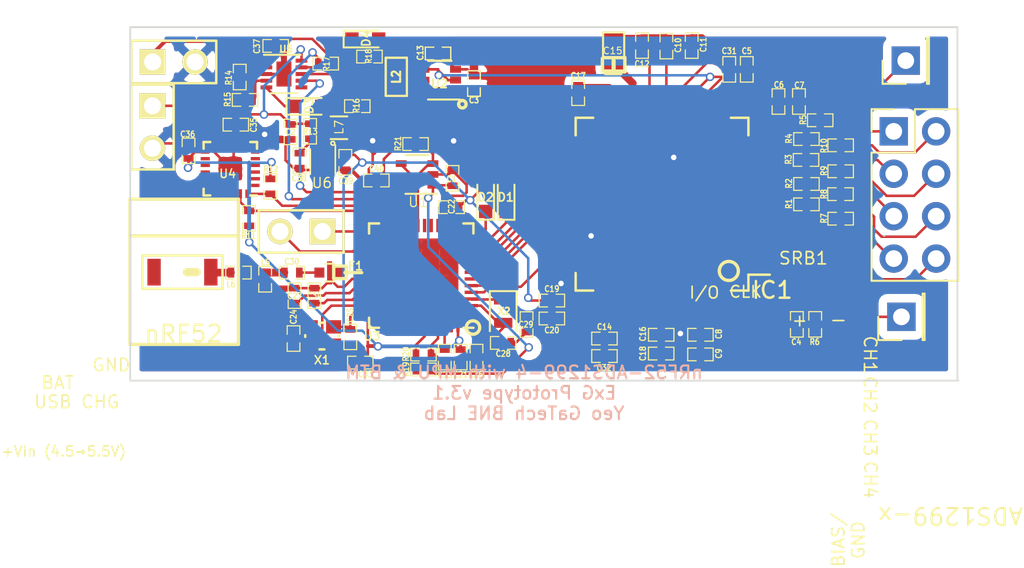
<source format=kicad_pcb>
(kicad_pcb (version 4) (host pcbnew 4.0.6)
  (layers (0 F.Cu signal) (31 B.Cu signal) (34 B.Paste user) (35 F.Paste user hide) (36 B.SilkS user hide) (37 F.SilkS user) (38 B.Mask user hide) (39 F.Mask user) (44 Edge.Cuts user))
  (net 0 "")
  (net 1 /DEC1)
  (net 2 /DEC2)
  (net 3 /RF)
  (net 4 /SPI_SCLK)
  (net 5 /SPI_~CS)
  (net 6 /SWDCLK)
  (net 7 /SWDIO)
  (net 8 /~DRDY)
  (net 9 "Net-(A1-Pad1)")
  (net 10 "Net-(A1-Pad2)")
  (net 11 AVSS)
  (net 12 DVDD)
  (net 13 AVDD)
  (net 14 "Net-(IC1-Pad11)")
  (net 15 "Net-(IC1-Pad12)")
  (net 16 "Net-(IC1-Pad14)")
  (net 17 "Net-(IC1-Pad16)")
  (net 18 "Net-(IC1-Pad17)")
  (net 19 "Net-(IC1-Pad18)")
  (net 20 "Net-(IC1-Pad27)")
  (net 21 "Net-(IC1-Pad29)")
  (net 22 /DIN)
  (net 23 "Net-(IC1-Pad37)")
  (net 24 /DOUT)
  (net 25 "Net-(IC1-Pad60)")
  (net 26 /BIASIN)
  (net 27 "Net-(IC1-Pad64)")
  (net 28 /IN3)
  (net 29 /IN2)
  (net 30 /IN1)
  (net 31 VCC)
  (net 32 "Net-(IC1-Pad61)")
  (net 33 "Net-(C4-Pad1)")
  (net 34 "Net-(C30-Pad2)")
  (net 35 "Net-(L2-Pad1)")
  (net 36 "Net-(U3-Pad28)")
  (net 37 "Net-(U3-Pad10)")
  (net 38 "Net-(U3-Pad41)")
  (net 39 "Net-(U3-Pad42)")
  (net 40 "Net-(U3-Pad44)")
  (net 41 "Net-(IC1-Pad13)")
  (net 42 "Net-(IC1-Pad15)")
  (net 43 "Net-(IC1-Pad9)")
  (net 44 "Net-(IC1-Pad10)")
  (net 45 /SRB1)
  (net 46 /IN4)
  (net 47 /VREFP)
  (net 48 /VCAP4)
  (net 49 /VCAP1)
  (net 50 /VCAP3)
  (net 51 /VCAP2)
  (net 52 /LED2)
  (net 53 /LED3)
  (net 54 /~PWDN/RESET)
  (net 55 /IN1-)
  (net 56 /IN2-)
  (net 57 /IN3-)
  (net 58 /IN4-)
  (net 59 "Net-(C24-Pad2)")
  (net 60 "Net-(C25-Pad2)")
  (net 61 "Net-(C28-Pad1)")
  (net 62 "Net-(C29-Pad1)")
  (net 63 "Net-(U3-Pad29)")
  (net 64 "Net-(F1-Pad2)")
  (net 65 /DEC3)
  (net 66 "Net-(U3-Pad37)")
  (net 67 "Net-(U3-Pad38)")
  (net 68 "Net-(U3-Pad39)")
  (net 69 "Net-(C35-Pad1)")
  (net 70 /SDI)
  (net 71 /SCL)
  (net 72 "Net-(U4-Pad1)")
  (net 73 "Net-(U4-Pad2)")
  (net 74 "Net-(U4-Pad3)")
  (net 75 "Net-(U4-Pad4)")
  (net 76 "Net-(U4-Pad5)")
  (net 77 "Net-(U4-Pad6)")
  (net 78 "Net-(U4-Pad7)")
  (net 79 "Net-(U4-Pad8)")
  (net 80 "Net-(U4-Pad11)")
  (net 81 "Net-(U4-Pad14)")
  (net 82 "Net-(U4-Pad15)")
  (net 83 "Net-(U4-Pad16)")
  (net 84 "Net-(U4-Pad17)")
  (net 85 "Net-(U4-Pad19)")
  (net 86 "Net-(U4-Pad20)")
  (net 87 "Net-(U4-Pad21)")
  (net 88 "Net-(U4-Pad22)")
  (net 89 /BATT_ADC_AIN)
  (net 90 "Net-(C1-Pad1)")
  (net 91 /DC+INPUT)
  (net 92 "Net-(C38-Pad1)")
  (net 93 "Net-(D3-Pad2)")
  (net 94 "Net-(D3-Pad1)")
  (net 95 "Net-(D4-Pad2)")
  (net 96 "Net-(D4-Pad1)")
  (net 97 "Net-(L7-Pad2)")
  (net 98 "Net-(R14-Pad2)")
  (net 99 "Net-(R15-Pad2)")
  (net 100 /GPIO_TTDM_BAT_EN)
  (net 101 /GPIO_OVERCURRENT)
  (net 102 /GPIO_CTRL_PWR_ON)
  (net 103 /GPIO_ISET)
  (net 104 "Net-(U3-Pad40)")
  (net 105 "Net-(U5-Pad6)")
  (net 106 "Net-(U6-Pad5)")
  (net 107 "Net-(U3-Pad47)")
  (net 108 "Net-(U3-Pad27)")
  (net 109 /DEC4)
  (net 110 "Net-(U3-Pad14)")
  (net 111 "Net-(U3-Pad15)")
  (net 112 "Net-(U3-Pad16)")
  (net 113 "Net-(U3-Pad17)")
  (net 114 "Net-(U3-Pad18)")
  (module Housings_DFN_QFN:QFN-24_3x3mm_Pitch0.4mm (layer F.Cu) (at 271.9125 121.4775 180)
    (fp_text reference U4 (at 0.16 -0.3 180) (layer F.SilkS) (effects (font (size 0.5 0.5) (thickness 0.09))))
    (fp_text value MPU-9250)
    (pad 1 smd rect (at -1.5 -1 180) (size 0.5 0.2) (layers F.Cu F.Paste F.Mask) (net 72 "Net-(U4-Pad1)"))
    (pad 2 smd rect (at -1.5 -0.6 180) (size 0.55 0.2) (layers F.Cu F.Paste F.Mask) (net 73 "Net-(U4-Pad2)"))
    (pad 3 smd rect (at -1.5 -0.2 180) (size 0.55 0.2) (layers F.Cu F.Paste F.Mask) (net 74 "Net-(U4-Pad3)"))
    (pad 4 smd rect (at -1.5 0.2 180) (size 0.55 0.2) (layers F.Cu F.Paste F.Mask) (net 75 "Net-(U4-Pad4)"))
    (pad 5 smd rect (at -1.5 0.6 180) (size 0.55 0.2) (layers F.Cu F.Paste F.Mask) (net 76 "Net-(U4-Pad5)"))
    (pad 6 smd rect (at -1.5 1 180) (size 0.5 0.2) (layers F.Cu F.Paste F.Mask) (net 77 "Net-(U4-Pad6)"))
    (pad 7 smd rect (at -1 1.5 270) (size 0.5 0.2) (layers F.Cu F.Paste F.Mask) (net 78 "Net-(U4-Pad7)"))
    (pad 8 smd rect (at -0.6 1.5 270) (size 0.55 0.2) (layers F.Cu F.Paste F.Mask) (net 79 "Net-(U4-Pad8)"))
    (pad 9 smd rect (at -0.2 1.5 270) (size 0.55 0.2) (layers F.Cu F.Paste F.Mask) (net 11 AVSS))
    (pad 10 smd rect (at 0.2 1.5 270) (size 0.55 0.2) (layers F.Cu F.Paste F.Mask) (net 69 "Net-(C35-Pad1)"))
    (pad 11 smd rect (at 0.6 1.5 270) (size 0.55 0.2) (layers F.Cu F.Paste F.Mask) (net 80 "Net-(U4-Pad11)"))
    (pad 12 smd rect (at 1 1.5 270) (size 0.5 0.2) (layers F.Cu F.Paste F.Mask) (net 11 AVSS))
    (pad 13 smd rect (at 1.5 1 180) (size 0.5 0.2) (layers F.Cu F.Paste F.Mask) (net 12 DVDD))
    (pad 14 smd rect (at 1.5 0.6 180) (size 0.55 0.2) (layers F.Cu F.Paste F.Mask) (net 81 "Net-(U4-Pad14)"))
    (pad 15 smd rect (at 1.5 0.2 180) (size 0.55 0.2) (layers F.Cu F.Paste F.Mask) (net 82 "Net-(U4-Pad15)"))
    (pad 16 smd rect (at 1.5 -0.2 180) (size 0.55 0.2) (layers F.Cu F.Paste F.Mask) (net 83 "Net-(U4-Pad16)"))
    (pad 17 smd rect (at 1.5 -0.6 180) (size 0.55 0.2) (layers F.Cu F.Paste F.Mask) (net 84 "Net-(U4-Pad17)"))
    (pad 18 smd rect (at 1.5 -1 180) (size 0.5 0.2) (layers F.Cu F.Paste F.Mask) (net 11 AVSS))
    (pad 19 smd rect (at 1 -1.5 270) (size 0.5 0.2) (layers F.Cu F.Paste F.Mask) (net 85 "Net-(U4-Pad19)"))
    (pad 20 smd rect (at 0.6 -1.5 270) (size 0.55 0.2) (layers F.Cu F.Paste F.Mask) (net 86 "Net-(U4-Pad20)"))
    (pad 21 smd rect (at 0.2 -1.5 270) (size 0.55 0.2) (layers F.Cu F.Paste F.Mask) (net 87 "Net-(U4-Pad21)"))
    (pad 22 smd rect (at -0.2 -1.5 270) (size 0.55 0.2) (layers F.Cu F.Paste F.Mask) (net 88 "Net-(U4-Pad22)"))
    (pad 23 smd rect (at -0.6 -1.5 270) (size 0.55 0.2) (layers F.Cu F.Paste F.Mask) (net 71 /SCL))
    (pad 24 smd rect (at -1 -1.5 270) (size 0.5 0.2) (layers F.Cu F.Paste F.Mask) (net 70 /SDI))
  )
  (module TO_SOT_Packages_SMD:SOT-353_SC-70-5 (layer F.Cu) (at 283.1 121.82 180)
    (fp_text reference U1 (at -0.07 -1.65 180) (layer F.SilkS) (effects (font (size 0.6 0.6) (thickness 0.07))))
    (fp_text value TPS2294x)
    (pad 1 smd rect (at -0.95 -0.65 180) (size 0.65 0.4) (layers F.Cu F.Paste F.Mask) (net 90 "Net-(C1-Pad1)"))
    (pad 3 smd rect (at -0.95 0.65 180) (size 0.65 0.4) (layers F.Cu F.Paste F.Mask) (net 101 /GPIO_OVERCURRENT))
    (pad 2 smd rect (at -0.95 0 180) (size 0.65 0.4) (layers F.Cu F.Paste F.Mask) (net 11 AVSS))
    (pad 4 smd rect (at 0.95 0.65 180) (size 0.65 0.4) (layers F.Cu F.Paste F.Mask) (net 102 /GPIO_CTRL_PWR_ON))
    (pad 5 smd rect (at 0.95 -0.65 180) (size 0.65 0.4) (layers F.Cu F.Paste F.Mask) (net 31 VCC))
  )
  (module SM0402 (layer F.Cu) (at 284.76 132.76 270)
    (fp_text reference C23 (at 1.075 -0.025 360) (layer F.SilkS) (effects (font (size 0.35052 0.3048) (thickness 0.07112))))
    (fp_text value 1.0µF hide)
    (pad 1 smd rect (at -0.44958 0 270) (size 0.39878 0.59944) (layers F.Cu F.Paste F.Mask) (net 109 /DEC4))
    (pad 2 smd rect (at 0.44958 0 270) (size 0.39878 0.59944) (layers F.Cu F.Paste F.Mask) (net 11 AVSS))
  )
  (module SM0402 (layer F.Cu) (at 285.17 123.78 180)
    (fp_text reference C22 (at 0 0.04 270) (layer F.SilkS) (effects (font (size 0.35052 0.3048) (thickness 0.07112))))
    (fp_text value 100nF hide)
    (pad 1 smd rect (at -0.44958 0 180) (size 0.39878 0.59944) (layers F.Cu F.Paste F.Mask) (net 12 DVDD))
    (pad 2 smd rect (at 0.44958 0 180) (size 0.39878 0.59944) (layers F.Cu F.Paste F.Mask) (net 11 AVSS))
  )
  (module SM0402 (layer F.Cu) (at 298.035 114.13 270)
    (fp_text reference C10 (at -0.05 -0.7 270) (layer F.SilkS) (effects (font (size 0.35052 0.3048) (thickness 0.07112))))
    (fp_text value 10uF hide)
    (pad 1 smd rect (at -0.44958 0 270) (size 0.39878 0.59944) (layers F.Cu F.Paste F.Mask) (net 11 AVSS))
    (pad 2 smd rect (at 0.44958 0 270) (size 0.39878 0.59944) (layers F.Cu F.Paste F.Mask) (net 47 /VREFP))
  )
  (module SM0402 (layer F.Cu) (at 286.5075 116.3725 90)
    (fp_text reference C3 (at -1 0 180) (layer F.SilkS) (effects (font (size 0.35052 0.3048) (thickness 0.07112))))
    (fp_text value 10uF hide)
    (pad 1 smd rect (at -0.44958 0 90) (size 0.39878 0.59944) (layers F.Cu F.Paste F.Mask) (net 31 VCC))
    (pad 2 smd rect (at 0.44958 0 90) (size 0.39878 0.59944) (layers F.Cu F.Paste F.Mask) (net 11 AVSS))
  )
  (module SM0402 (layer F.Cu) (at 284.3575 114.5725)
    (fp_text reference C13 (at -1.0625 -0.0375 90) (layer F.SilkS) (effects (font (size 0.35052 0.3048) (thickness 0.07112))))
    (fp_text value 10uF hide)
    (pad 1 smd rect (at -0.44958 0) (size 0.39878 0.59944) (layers F.Cu F.Paste F.Mask) (net 13 AVDD))
    (pad 2 smd rect (at 0.44958 0) (size 0.39878 0.59944) (layers F.Cu F.Paste F.Mask) (net 11 AVSS))
  )
  (module SM0603 (layer F.Cu) (at 281.8575 115.9725 270)
    (fp_text reference L2 (at 0 0 270) (layer F.SilkS) (effects (font (size 0.508 0.4572) (thickness 0.1143))))
    (fp_text value 4.7µH hide)
    (pad 1 smd rect (at -0.762 0 270) (size 0.635 1.143) (layers F.Cu F.Paste F.Mask) (net 35 "Net-(L2-Pad1)"))
    (pad 2 smd rect (at 0.762 0 270) (size 0.635 1.143) (layers F.Cu F.Paste F.Mask) (net 31 VCC))
  )
  (module TO_SOT_Packages_SMD:SOT-363_SC-70-6 (layer F.Cu) (at 284.4575 116.1725 180)
    (fp_text reference U2 (at 0.0225 -0.2125 180) (layer F.SilkS) (effects (font (size 0.5 0.5) (thickness 0.1))))
    (fp_text value TPS61222)
    (pad 1 smd rect (at -0.95 -0.65 180) (size 0.65 0.4) (layers F.Cu F.Paste F.Mask) (net 31 VCC))
    (pad 3 smd rect (at -0.95 0.65 180) (size 0.65 0.4) (layers F.Cu F.Paste F.Mask) (net 11 AVSS))
    (pad 5 smd rect (at 0.95 0 180) (size 0.65 0.4) (layers F.Cu F.Paste F.Mask) (net 35 "Net-(L2-Pad1)"))
    (pad 2 smd rect (at -0.95 0 180) (size 0.65 0.4) (layers F.Cu F.Paste F.Mask) (net 13 AVDD))
    (pad 4 smd rect (at 0.95 0.65 180) (size 0.65 0.4) (layers F.Cu F.Paste F.Mask) (net 13 AVDD))
    (pad 6 smd rect (at 0.95 -0.65 180) (size 0.65 0.4) (layers F.Cu F.Paste F.Mask) (net 31 VCC))
  )
  (module TO_SOT_Packages_SMD:SOT-363_SC-70-6 (layer F.Cu) (at 284.4575 116.1725 180)
    (fp_text reference U2 (at 0.0225 -0.2125 180) (layer F.SilkS) (effects (font (size 0.5 0.5) (thickness 0.1))))
    (fp_text value TPS61222)
    (pad 1 smd rect (at -0.95 -0.65 180) (size 0.65 0.4) (layers F.Cu F.Paste F.Mask) (net 31 VCC))
    (pad 3 smd rect (at -0.95 0.65 180) (size 0.65 0.4) (layers F.Cu F.Paste F.Mask) (net 11 AVSS))
    (pad 5 smd rect (at 0.95 0 180) (size 0.65 0.4) (layers F.Cu F.Paste F.Mask) (net 35 "Net-(L2-Pad1)"))
    (pad 2 smd rect (at -0.95 0 180) (size 0.65 0.4) (layers F.Cu F.Paste F.Mask) (net 13 AVDD))
    (pad 4 smd rect (at 0.95 0.65 180) (size 0.65 0.4) (layers F.Cu F.Paste F.Mask) (net 13 AVDD))
    (pad 6 smd rect (at 0.95 -0.65 180) (size 0.65 0.4) (layers F.Cu F.Paste F.Mask) (net 31 VCC))
  )
  (module SM0603 (layer F.Cu) (at 281.8575 115.9725 270)
    (fp_text reference L2 (at 0 0 270) (layer F.SilkS) (effects (font (size 0.508 0.4572) (thickness 0.1143))))
    (fp_text value 4.7µH hide)
    (pad 1 smd rect (at -0.762 0 270) (size 0.635 1.143) (layers F.Cu F.Paste F.Mask) (net 35 "Net-(L2-Pad1)"))
    (pad 2 smd rect (at 0.762 0 270) (size 0.635 1.143) (layers F.Cu F.Paste F.Mask) (net 31 VCC))
  )
  (module SM0402 (layer F.Cu) (at 284.3575 114.5725)
    (fp_text reference C13 (at -1.0625 -0.0375 90) (layer F.SilkS) (effects (font (size 0.35052 0.3048) (thickness 0.07112))))
    (fp_text value 10uF hide)
    (pad 1 smd rect (at -0.44958 0) (size 0.39878 0.59944) (layers F.Cu F.Paste F.Mask) (net 13 AVDD))
    (pad 2 smd rect (at 0.44958 0) (size 0.39878 0.59944) (layers F.Cu F.Paste F.Mask) (net 11 AVSS))
  )
  (module SM0402 (layer F.Cu) (at 286.5075 116.3725 90)
    (fp_text reference C3 (at -1 0 180) (layer F.SilkS) (effects (font (size 0.35052 0.3048) (thickness 0.07112))))
    (fp_text value 10uF hide)
    (pad 1 smd rect (at -0.44958 0 90) (size 0.39878 0.59944) (layers F.Cu F.Paste F.Mask) (net 31 VCC))
    (pad 2 smd rect (at 0.44958 0 90) (size 0.39878 0.59944) (layers F.Cu F.Paste F.Mask) (net 11 AVSS))
  )
  (module SM0402 (layer F.Cu) (at 285.22 122.05 90)
    (fp_text reference C1 (at -0.03 -0.05 180) (layer F.SilkS) (effects (font (size 0.35052 0.3048) (thickness 0.07112))))
    (fp_text value 10uF hide)
    (pad 1 smd rect (at -0.44958 0 90) (size 0.39878 0.59944) (layers F.Cu F.Paste F.Mask) (net 90 "Net-(C1-Pad1)"))
    (pad 2 smd rect (at 0.44958 0 90) (size 0.39878 0.59944) (layers F.Cu F.Paste F.Mask) (net 11 AVSS))
  )
  (module SM0402 (layer F.Cu) (at 280.66 122.18 180)
    (fp_text reference C40 (at -0.025 0.7 180) (layer F.SilkS) (effects (font (size 0.35052 0.3048) (thickness 0.07112))))
    (fp_text value 10uF hide)
    (pad 1 smd rect (at -0.44958 0 180) (size 0.39878 0.59944) (layers F.Cu F.Paste F.Mask) (net 31 VCC))
    (pad 2 smd rect (at 0.44958 0 180) (size 0.39878 0.59944) (layers F.Cu F.Paste F.Mask) (net 11 AVSS))
  )
  (module SM0402 (layer F.Cu) (at 283.01 120)
    (fp_text reference R21 (at -1.05 -0.03 90) (layer F.SilkS) (effects (font (size 0.35052 0.3048) (thickness 0.07112))))
    (fp_text value 10k hide)
    (pad 1 smd rect (at -0.44958 0) (size 0.39878 0.59944) (layers F.Cu F.Paste F.Mask) (net 31 VCC))
    (pad 2 smd rect (at 0.44958 0) (size 0.39878 0.59944) (layers F.Cu F.Paste F.Mask) (net 101 /GPIO_OVERCURRENT))
  )
  (module SM0402 (layer F.Cu) (at 286.66 132.76 270)
    (fp_text reference C26 (at 1.05 0.05 360) (layer F.SilkS) (effects (font (size 0.35052 0.3048) (thickness 0.07112))))
    (fp_text value 100nF hide)
    (pad 1 smd rect (at -0.44958 0 270) (size 0.39878 0.59944) (layers F.Cu F.Paste F.Mask) (net 1 /DEC1))
    (pad 2 smd rect (at 0.44958 0 270) (size 0.39878 0.59944) (layers F.Cu F.Paste F.Mask) (net 11 AVSS))
  )
  (module PIN_ARRAY_2X1 (layer F.Cu) (at 267.25 118.98 270)
    (fp_text reference P1 hide)
    (fp_text value CONN_2 hide)
    (pad 1 thru_hole rect (at -1.27 0 270) (size 1.524 1.524) (drill 1.016) (layers *.Cu *.Mask F.SilkS) (net 31 VCC))
    (pad 2 thru_hole circle (at 1.27 0 270) (size 1.524 1.524) (drill 1.016) (layers *.Cu *.Mask F.SilkS) (net 11 AVSS))
  )
  (module SM0402 (layer F.Cu) (at 276.0625 120.9925 270)
    (fp_text reference C38 (at 1.05 0.025 540) (layer F.SilkS) (effects (font (size 0.35052 0.3048) (thickness 0.07112))))
    (fp_text value 0.1uF hide)
    (pad 1 smd rect (at -0.44958 0 270) (size 0.39878 0.59944) (layers F.Cu F.Paste F.Mask) (net 92 "Net-(C38-Pad1)"))
    (pad 2 smd rect (at 0.44958 0 270) (size 0.39878 0.59944) (layers F.Cu F.Paste F.Mask) (net 11 AVSS))
  )
  (module SM0402 (layer F.Cu) (at 275.5225 119.2725 270)
    (fp_text reference C2 (at 0.0075 0.0025 540) (layer F.SilkS) (effects (font (size 0.35052 0.3048) (thickness 0.07112))))
    (fp_text value 10uF hide)
    (pad 1 smd rect (at -0.44958 0 270) (size 0.39878 0.59944) (layers F.Cu F.Paste F.Mask) (net 31 VCC))
    (pad 2 smd rect (at 0.44958 0 270) (size 0.39878 0.59944) (layers F.Cu F.Paste F.Mask) (net 11 AVSS))
  )
  (module SM0402 (layer F.Cu) (at 278.8025 121.0925 270)
    (fp_text reference C39 (at 1.125 -0.025 360) (layer F.SilkS) (effects (font (size 0.35052 0.3048) (thickness 0.07112))))
    (fp_text value 10uF hide)
    (pad 1 smd rect (at -0.44958 0 270) (size 0.39878 0.59944) (layers F.Cu F.Paste F.Mask) (net 12 DVDD))
    (pad 2 smd rect (at 0.44958 0 270) (size 0.39878 0.59944) (layers F.Cu F.Paste F.Mask) (net 11 AVSS))
  )
  (module SM0402 (layer F.Cu) (at 276.6925 119.2325 90)
    (fp_text reference R13 (at -0.0175 0.0075 360) (layer F.SilkS) (effects (font (size 0.35052 0.3048) (thickness 0.07112))))
    (fp_text value 400Ω hide)
    (pad 1 smd rect (at -0.44958 0 90) (size 0.39878 0.59944) (layers F.Cu F.Paste F.Mask) (net 92 "Net-(C38-Pad1)"))
    (pad 2 smd rect (at 0.44958 0 90) (size 0.39878 0.59944) (layers F.Cu F.Paste F.Mask) (net 31 VCC))
  )
  (module SM0402 (layer F.Cu) (at 277.63 115.18 180)
    (fp_text reference R17 (at -0.05 -0.025 270) (layer F.SilkS) (effects (font (size 0.35052 0.3048) (thickness 0.07112))))
    (fp_text value 10k hide)
    (pad 1 smd rect (at -0.44958 0 180) (size 0.39878 0.59944) (layers F.Cu F.Paste F.Mask) (net 11 AVSS))
    (pad 2 smd rect (at 0.44958 0 180) (size 0.39878 0.59944) (layers F.Cu F.Paste F.Mask) (net 100 /GPIO_TTDM_BAT_EN))
  )
  (module SM0402 (layer F.Cu) (at 272.475 115.985 90)
    (fp_text reference R14 (at -0.04 -0.66 90) (layer F.SilkS) (effects (font (size 0.35052 0.3048) (thickness 0.07112))))
    (fp_text value 1k hide)
    (pad 1 smd rect (at -0.44958 0 90) (size 0.39878 0.59944) (layers F.Cu F.Paste F.Mask) (net 11 AVSS))
    (pad 2 smd rect (at 0.44958 0 90) (size 0.39878 0.59944) (layers F.Cu F.Paste F.Mask) (net 98 "Net-(R14-Pad2)"))
  )
  (module SM0402 (layer F.Cu) (at 279.52 117.73 180)
    (fp_text reference R16 (at 0.05 0.025 270) (layer F.SilkS) (effects (font (size 0.35052 0.3048) (thickness 0.07112))))
    (fp_text value 1.5k hide)
    (pad 1 smd rect (at -0.44958 0 180) (size 0.39878 0.59944) (layers F.Cu F.Paste F.Mask) (net 31 VCC))
    (pad 2 smd rect (at 0.44958 0 180) (size 0.39878 0.59944) (layers F.Cu F.Paste F.Mask) (net 93 "Net-(D3-Pad2)"))
  )
  (module SM0402 (layer F.Cu) (at 272.795 117.355)
    (fp_text reference R15 (at -1.05 -0.03 90) (layer F.SilkS) (effects (font (size 0.35052 0.3048) (thickness 0.07112))))
    (fp_text value 2k hide)
    (pad 1 smd rect (at -0.44958 0) (size 0.39878 0.59944) (layers F.Cu F.Paste F.Mask) (net 11 AVSS))
    (pad 2 smd rect (at 0.44958 0) (size 0.39878 0.59944) (layers F.Cu F.Paste F.Mask) (net 99 "Net-(R15-Pad2)"))
  )
  (module SM0402 (layer F.Cu) (at 280.25 114.76)
    (fp_text reference R18 (at -0.05 -0.025 90) (layer F.SilkS) (effects (font (size 0.35052 0.3048) (thickness 0.07112))))
    (fp_text value 1.5k hide)
    (pad 1 smd rect (at -0.44958 0) (size 0.39878 0.59944) (layers F.Cu F.Paste F.Mask) (net 95 "Net-(D4-Pad2)"))
    (pad 2 smd rect (at 0.44958 0) (size 0.39878 0.59944) (layers F.Cu F.Paste F.Mask) (net 31 VCC))
  )
  (module LEDs:LED_0603 (layer F.Cu) (at 280 113.71)
    (fp_text reference D4 (at 0.05 -0.025 90) (layer F.SilkS) (effects (font (size 0.5 0.5) (thickness 0.1))))
    (fp_text value LED)
    (pad 2 smd rect (at 0.8 0 180) (size 0.8 0.8) (layers F.Cu F.Paste F.Mask) (net 95 "Net-(D4-Pad2)"))
    (pad 1 smd rect (at -0.8 0 180) (size 0.8 0.8) (layers F.Cu F.Paste F.Mask) (net 96 "Net-(D4-Pad1)"))
  )
  (module LEDs:LED_0603 (layer F.Cu) (at 276.58 117.74)
    (fp_text reference D3 (at 0.05 -0.025 90) (layer F.SilkS) (effects (font (size 0.5 0.5) (thickness 0.1))))
    (fp_text value LED)
    (pad 2 smd rect (at 0.8 0 180) (size 0.8 0.8) (layers F.Cu F.Paste F.Mask) (net 93 "Net-(D3-Pad2)"))
    (pad 1 smd rect (at -0.8 0 180) (size 0.8 0.8) (layers F.Cu F.Paste F.Mask) (net 94 "Net-(D3-Pad1)"))
  )
  (module LEDs:LED_0603 (layer F.Cu) (at 287.21 123.235 90)
    (fp_text reference D2 (at 0.05 0 180) (layer F.SilkS) (effects (font (size 0.5 0.5) (thickness 0.1))))
    (fp_text value LED)
    (pad 2 smd rect (at 0.8 0 270) (size 0.8 0.8) (layers F.Cu F.Paste F.Mask) (net 12 DVDD))
    (pad 1 smd rect (at -0.8 0 270) (size 0.8 0.8) (layers F.Cu F.Paste F.Mask) (net 53 /LED3))
  )
  (module SM0402 (layer F.Cu) (at 283.485 132.61)
    (fp_text reference R20 (at -1.05 -0.03 90) (layer F.SilkS) (effects (font (size 0.35052 0.3048) (thickness 0.07112))))
    (fp_text value 1M hide)
    (pad 1 smd rect (at -0.44958 0) (size 0.39878 0.59944) (layers F.Cu F.Paste F.Mask) (net 89 /BATT_ADC_AIN))
    (pad 2 smd rect (at 0.44958 0) (size 0.39878 0.59944) (layers F.Cu F.Paste F.Mask) (net 11 AVSS))
  )
  (module SM0402 (layer F.Cu) (at 283.48 133.5 180)
    (fp_text reference R19 (at 1.04 0.01 270) (layer F.SilkS) (effects (font (size 0.35052 0.3048) (thickness 0.07112))))
    (fp_text value 1M hide)
    (pad 1 smd rect (at -0.44958 0 180) (size 0.39878 0.59944) (layers F.Cu F.Paste F.Mask) (net 90 "Net-(C1-Pad1)"))
    (pad 2 smd rect (at 0.44958 0 180) (size 0.39878 0.59944) (layers F.Cu F.Paste F.Mask) (net 89 /BATT_ADC_AIN))
  )
  (module SM0402 (layer F.Cu) (at 285.71 132.76 90)
    (fp_text reference C21 (at -1.05 0 180) (layer F.SilkS) (effects (font (size 0.35052 0.3048) (thickness 0.07112))))
    (fp_text value 4.7µF hide)
    (pad 1 smd rect (at -0.44958 0 90) (size 0.39878 0.59944) (layers F.Cu F.Paste F.Mask) (net 11 AVSS))
    (pad 2 smd rect (at 0.44958 0 90) (size 0.39878 0.59944) (layers F.Cu F.Paste F.Mask) (net 12 DVDD))
  )
  (module SM0402 (layer F.Cu) (at 274.31 122.535 270)
    (fp_text reference R12 (at -1.05 -0.03 360) (layer F.SilkS) (effects (font (size 0.35052 0.3048) (thickness 0.07112))))
    (fp_text value 10k hide)
    (pad 1 smd rect (at -0.44958 0 270) (size 0.39878 0.59944) (layers F.Cu F.Paste F.Mask) (net 12 DVDD))
    (pad 2 smd rect (at 0.44958 0 270) (size 0.39878 0.59944) (layers F.Cu F.Paste F.Mask) (net 70 /SDI))
  )
  (module SM0402 (layer F.Cu) (at 273.04 124.45 90)
    (fp_text reference R11 (at -1.05 -0.03 180) (layer F.SilkS) (effects (font (size 0.35052 0.3048) (thickness 0.07112))))
    (fp_text value 10k hide)
    (pad 1 smd rect (at -0.44958 0 90) (size 0.39878 0.59944) (layers F.Cu F.Paste F.Mask) (net 12 DVDD))
    (pad 2 smd rect (at 0.44958 0 90) (size 0.39878 0.59944) (layers F.Cu F.Paste F.Mask) (net 71 /SCL))
  )
  (module SM0402 (layer F.Cu) (at 269.41 120.41 90)
    (fp_text reference C36 (at 1 -0.05 180) (layer F.SilkS) (effects (font (size 0.35052 0.3048) (thickness 0.07112))))
    (fp_text value 100nF hide)
    (pad 1 smd rect (at -0.44958 0 90) (size 0.39878 0.59944) (layers F.Cu F.Paste F.Mask) (net 12 DVDD))
    (pad 2 smd rect (at 0.44958 0 90) (size 0.39878 0.59944) (layers F.Cu F.Paste F.Mask) (net 11 AVSS))
  )
  (module SM0402 (layer F.Cu) (at 272.2425 118.8375)
    (fp_text reference C35 (at 1.07 0.02 90) (layer F.SilkS) (effects (font (size 0.35052 0.3048) (thickness 0.07112))))
    (fp_text value 100nF hide)
    (pad 1 smd rect (at -0.44958 0) (size 0.39878 0.59944) (layers F.Cu F.Paste F.Mask) (net 69 "Net-(C35-Pad1)"))
    (pad 2 smd rect (at 0.44958 0) (size 0.39878 0.59944) (layers F.Cu F.Paste F.Mask) (net 11 AVSS))
  )
  (module Resistors_SMD:R_0402 (layer F.Cu) (at 277.86 127.7 180)
    (fp_text reference F1 (at -1.55 0.39 360) (layer F.SilkS) (effects (font (size 0.5 0.5) (thickness 0.1))))
    (fp_text value 2450FM07A0029)
    (pad 1 smd rect (at 0 0.3265 180) (size 0.3 0.7) (layers F.Cu F.Paste F.Mask) (net 11 AVSS))
    (pad 2 smd rect (at -0.6125 0 180) (size 0.6 0.6) (layers F.Cu F.Paste F.Mask) (net 64 "Net-(F1-Pad2)"))
    (pad 4 smd rect (at 0.6125 0 180) (size 0.6 0.6) (layers F.Cu F.Paste F.Mask) (net 3 /RF))
    (pad 3 smd rect (at 0 -0.3625 180) (size 0.3 0.7) (layers F.Cu F.Paste F.Mask) (net 11 AVSS))
  )
  (module SM0402 (layer F.Cu) (at 276.95 129.08 90)
    (fp_text reference C34 (at 0 0 180) (layer F.SilkS) (effects (font (size 0.35052 0.3048) (thickness 0.07112))))
    (fp_text value 100pF hide)
    (pad 1 smd rect (at -0.44958 0 90) (size 0.39878 0.59944) (layers F.Cu F.Paste F.Mask) (net 65 /DEC3))
    (pad 2 smd rect (at 0.44958 0 90) (size 0.39878 0.59944) (layers F.Cu F.Paste F.Mask) (net 11 AVSS))
  )
  (module SM0402 (layer F.Cu) (at 279.7 133.09)
    (fp_text reference C33 (at 0.31 0.7) (layer F.SilkS) (effects (font (size 0.35052 0.3048) (thickness 0.07112))))
    (fp_text value 100nF hide)
    (pad 1 smd rect (at -0.44958 0) (size 0.39878 0.59944) (layers F.Cu F.Paste F.Mask) (net 11 AVSS))
    (pad 2 smd rect (at 0.44958 0) (size 0.39878 0.59944) (layers F.Cu F.Paste F.Mask) (net 12 DVDD))
  )
  (module SM0402 (layer F.Cu) (at 308.475 121.63)
    (fp_text reference R9 (at -1 -0.03 90) (layer F.SilkS) (effects (font (size 0.35052 0.3048) (thickness 0.07112))))
    (fp_text value 30k hide)
    (pad 1 smd rect (at -0.44958 0) (size 0.39878 0.59944) (layers F.Cu F.Paste F.Mask) (net 41 "Net-(IC1-Pad13)"))
    (pad 2 smd rect (at 0.44958 0) (size 0.39878 0.59944) (layers F.Cu F.Paste F.Mask) (net 56 /IN2-))
  )
  (module SM0402 (layer F.Cu) (at 308.475 124.47)
    (fp_text reference R7 (at -1 -0.02 90) (layer F.SilkS) (effects (font (size 0.35052 0.3048) (thickness 0.07112))))
    (fp_text value 30k hide)
    (pad 1 smd rect (at -0.44958 0) (size 0.39878 0.59944) (layers F.Cu F.Paste F.Mask) (net 43 "Net-(IC1-Pad9)"))
    (pad 2 smd rect (at 0.44958 0) (size 0.39878 0.59944) (layers F.Cu F.Paste F.Mask) (net 58 /IN4-))
  )
  (module SM0402 (layer F.Cu) (at 308.465 123)
    (fp_text reference R8 (at -0.99 0 90) (layer F.SilkS) (effects (font (size 0.35052 0.3048) (thickness 0.07112))))
    (fp_text value 30k hide)
    (pad 1 smd rect (at -0.44958 0) (size 0.39878 0.59944) (layers F.Cu F.Paste F.Mask) (net 14 "Net-(IC1-Pad11)"))
    (pad 2 smd rect (at 0.44958 0) (size 0.39878 0.59944) (layers F.Cu F.Paste F.Mask) (net 57 /IN3-))
  )
  (module SM0402 (layer F.Cu) (at 308.475 120.075)
    (fp_text reference R10 (at -1 0.025 90) (layer F.SilkS) (effects (font (size 0.35052 0.3048) (thickness 0.07112))))
    (fp_text value 30k hide)
    (pad 1 smd rect (at -0.44958 0) (size 0.39878 0.59944) (layers F.Cu F.Paste F.Mask) (net 42 "Net-(IC1-Pad15)"))
    (pad 2 smd rect (at 0.44958 0) (size 0.39878 0.59944) (layers F.Cu F.Paste F.Mask) (net 55 /IN1-))
  )
  (module Pin_Headers:Pin_Header_Straight_1x01_Pitch2.54mm (layer F.Cu) (at 312.375 115 90)
    (fp_text reference P3 hide)
    (fp_text value CONN_1)
    (pad 1 thru_hole rect (at 0 0 90) (size 1.7 1.7) (drill 1) (layers *.Cu *.Mask) (net 45 /SRB1))
  )
  (module "Power Pads:SM0603_Tant" (layer F.Cu) (at 294.875 114.45 90)
    (fp_text reference C15 (at 0.04 -0.055 180) (layer F.SilkS) (effects (font (size 0.4 0.4) (thickness 0.06))))
    (fp_text value 100µF hide)
    (pad 1 smd rect (at -0.762 0 90) (size 0.635 1.143) (layers F.Cu F.Paste F.Mask) (net 49 /VCAP1))
    (pad 2 smd rect (at 0.762 0 90) (size 0.635 1.143) (layers F.Cu F.Paste F.Mask) (net 11 AVSS))
  )
  (module PIN_ARRAY_2X1 (layer F.Cu) (at 276.16 125.235 180)
    (fp_text reference P2 hide)
    (fp_text value CONN_2 hide)
    (pad 1 thru_hole rect (at -1.27 0 180) (size 1.524 1.524) (drill 1.016) (layers *.Cu *.Mask F.SilkS) (net 6 /SWDCLK))
    (pad 2 thru_hole circle (at 1.27 0 180) (size 1.524 1.524) (drill 1.016) (layers *.Cu *.Mask F.SilkS) (net 7 /SWDIO))
  )
  (module SM0402 (layer F.Cu) (at 302.85 115.525 270)
    (fp_text reference C5 (at -1.1 0 360) (layer F.SilkS) (effects (font (size 0.35052 0.3048) (thickness 0.07112))))
    (fp_text value 1uF hide)
    (pad 1 smd rect (at -0.44958 0 270) (size 0.39878 0.59944) (layers F.Cu F.Paste F.Mask) (net 11 AVSS))
    (pad 2 smd rect (at 0.44958 0 270) (size 0.39878 0.59944) (layers F.Cu F.Paste F.Mask) (net 13 AVDD))
  )
  (module Housings_QFP:TQFP-64_10x10mm_Pitch0.5mm (layer F.Cu) (at 297.775 123.6 180)
    (fp_text reference IC1 (at -6.6 -5.15 180) (layer F.SilkS))
    (fp_text value ADS1299)
    (pad 1 smd rect (at -5.7 -3.75 180) (size 1.5 0.3) (layers F.Cu F.Paste F.Mask) (net 13 AVDD))
    (pad 2 smd rect (at -5.7 -3.25 180) (size 1.5 0.3) (layers F.Cu F.Paste F.Mask) (net 13 AVDD))
    (pad 3 smd rect (at -5.7 -2.75 180) (size 1.5 0.3) (layers F.Cu F.Paste F.Mask) (net 13 AVDD))
    (pad 4 smd rect (at -5.7 -2.25 180) (size 1.5 0.3) (layers F.Cu F.Paste F.Mask) (net 13 AVDD))
    (pad 5 smd rect (at -5.7 -1.75 180) (size 1.5 0.3) (layers F.Cu F.Paste F.Mask) (net 13 AVDD))
    (pad 6 smd rect (at -5.7 -1.25 180) (size 1.5 0.3) (layers F.Cu F.Paste F.Mask) (net 13 AVDD))
    (pad 7 smd rect (at -5.7 -0.75 180) (size 1.5 0.3) (layers F.Cu F.Paste F.Mask) (net 13 AVDD))
    (pad 8 smd rect (at -5.7 -0.25 180) (size 1.5 0.3) (layers F.Cu F.Paste F.Mask) (net 13 AVDD))
    (pad 9 smd rect (at -5.7 0.25 180) (size 1.5 0.3) (layers F.Cu F.Paste F.Mask) (net 43 "Net-(IC1-Pad9)"))
    (pad 10 smd rect (at -5.7 0.75 180) (size 1.5 0.3) (layers F.Cu F.Paste F.Mask) (net 44 "Net-(IC1-Pad10)"))
    (pad 11 smd rect (at -5.7 1.25 180) (size 1.5 0.3) (layers F.Cu F.Paste F.Mask) (net 14 "Net-(IC1-Pad11)"))
    (pad 12 smd rect (at -5.7 1.75 180) (size 1.5 0.3) (layers F.Cu F.Paste F.Mask) (net 15 "Net-(IC1-Pad12)"))
    (pad 13 smd rect (at -5.7 2.25 180) (size 1.5 0.3) (layers F.Cu F.Paste F.Mask) (net 41 "Net-(IC1-Pad13)"))
    (pad 14 smd rect (at -5.7 2.75 180) (size 1.5 0.3) (layers F.Cu F.Paste F.Mask) (net 16 "Net-(IC1-Pad14)"))
    (pad 15 smd rect (at -5.7 3.25 180) (size 1.5 0.3) (layers F.Cu F.Paste F.Mask) (net 42 "Net-(IC1-Pad15)"))
    (pad 16 smd rect (at -5.7 3.75 180) (size 1.5 0.3) (layers F.Cu F.Paste F.Mask) (net 17 "Net-(IC1-Pad16)"))
    (pad 17 smd rect (at -3.75 5.7 270) (size 1.5 0.3) (layers F.Cu F.Paste F.Mask) (net 18 "Net-(IC1-Pad17)"))
    (pad 18 smd rect (at -3.25 5.7 270) (size 1.5 0.3) (layers F.Cu F.Paste F.Mask) (net 19 "Net-(IC1-Pad18)"))
    (pad 19 smd rect (at -2.75 5.7 270) (size 1.5 0.3) (layers F.Cu F.Paste F.Mask) (net 13 AVDD))
    (pad 20 smd rect (at -2.25 5.7 270) (size 1.5 0.3) (layers F.Cu F.Paste F.Mask) (net 11 AVSS))
    (pad 21 smd rect (at -1.75 5.7 270) (size 1.5 0.3) (layers F.Cu F.Paste F.Mask) (net 13 AVDD))
    (pad 22 smd rect (at -1.25 5.7 270) (size 1.5 0.3) (layers F.Cu F.Paste F.Mask) (net 13 AVDD))
    (pad 23 smd rect (at -0.75 5.7 270) (size 1.5 0.3) (layers F.Cu F.Paste F.Mask) (net 11 AVSS))
    (pad 24 smd rect (at -0.25 5.7 270) (size 1.5 0.3) (layers F.Cu F.Paste F.Mask) (net 47 /VREFP))
    (pad 25 smd rect (at 0.25 5.7 270) (size 1.5 0.3) (layers F.Cu F.Paste F.Mask) (net 11 AVSS))
    (pad 26 smd rect (at 0.75 5.7 270) (size 1.5 0.3) (layers F.Cu F.Paste F.Mask) (net 48 /VCAP4))
    (pad 27 smd rect (at 1.25 5.7 270) (size 1.5 0.3) (layers F.Cu F.Paste F.Mask) (net 20 "Net-(IC1-Pad27)"))
    (pad 28 smd rect (at 1.75 5.7 270) (size 1.5 0.3) (layers F.Cu F.Paste F.Mask) (net 49 /VCAP1))
    (pad 29 smd rect (at 2.25 5.7 270) (size 1.5 0.3) (layers F.Cu F.Paste F.Mask) (net 21 "Net-(IC1-Pad29)"))
    (pad 30 smd rect (at 2.75 5.7 270) (size 1.5 0.3) (layers F.Cu F.Paste F.Mask) (net 51 /VCAP2))
    (pad 31 smd rect (at 3.25 5.7 270) (size 1.5 0.3) (layers F.Cu F.Paste F.Mask) (net 11 AVSS))
    (pad 32 smd rect (at 3.75 5.7 270) (size 1.5 0.3) (layers F.Cu F.Paste F.Mask) (net 11 AVSS))
    (pad 33 smd rect (at 5.7 3.75 180) (size 1.5 0.3) (layers F.Cu F.Paste F.Mask) (net 11 AVSS))
    (pad 34 smd rect (at 5.7 3.25 180) (size 1.5 0.3) (layers F.Cu F.Paste F.Mask) (net 22 /DIN))
    (pad 35 smd rect (at 5.7 2.75 180) (size 1.5 0.3) (layers F.Cu F.Paste F.Mask) (net 54 /~PWDN/RESET))
    (pad 36 smd rect (at 5.7 2.25 180) (size 1.5 0.3) (layers F.Cu F.Paste F.Mask) (net 54 /~PWDN/RESET))
    (pad 37 smd rect (at 5.7 1.75 180) (size 1.5 0.3) (layers F.Cu F.Paste F.Mask) (net 23 "Net-(IC1-Pad37)"))
    (pad 38 smd rect (at 5.7 1.25 180) (size 1.5 0.3) (layers F.Cu F.Paste F.Mask) (net 11 AVSS))
    (pad 39 smd rect (at 5.7 0.75 180) (size 1.5 0.3) (layers F.Cu F.Paste F.Mask) (net 5 /SPI_~CS))
    (pad 40 smd rect (at 5.7 0.25 180) (size 1.5 0.3) (layers F.Cu F.Paste F.Mask) (net 4 /SPI_SCLK))
    (pad 41 smd rect (at 5.7 -0.25 180) (size 1.5 0.3) (layers F.Cu F.Paste F.Mask) (net 11 AVSS))
    (pad 42 smd rect (at 5.7 -0.75 180) (size 1.5 0.3) (layers F.Cu F.Paste F.Mask) (net 11 AVSS))
    (pad 43 smd rect (at 5.7 -1.25 180) (size 1.5 0.3) (layers F.Cu F.Paste F.Mask) (net 24 /DOUT))
    (pad 44 smd rect (at 5.7 -1.75 180) (size 1.5 0.3) (layers F.Cu F.Paste F.Mask) (net 11 AVSS))
    (pad 45 smd rect (at 5.7 -2.25 180) (size 1.5 0.3) (layers F.Cu F.Paste F.Mask) (net 11 AVSS))
    (pad 46 smd rect (at 5.7 -2.75 180) (size 1.5 0.3) (layers F.Cu F.Paste F.Mask) (net 11 AVSS))
    (pad 47 smd rect (at 5.7 -3.25 180) (size 1.5 0.3) (layers F.Cu F.Paste F.Mask) (net 8 /~DRDY))
    (pad 48 smd rect (at 5.7 -3.75 180) (size 1.5 0.3) (layers F.Cu F.Paste F.Mask) (net 12 DVDD))
    (pad 49 smd rect (at 3.75 -5.7 270) (size 1.5 0.3) (layers F.Cu F.Paste F.Mask) (net 11 AVSS))
    (pad 50 smd rect (at 3.25 -5.7 270) (size 1.5 0.3) (layers F.Cu F.Paste F.Mask) (net 12 DVDD))
    (pad 51 smd rect (at 2.75 -5.7 270) (size 1.5 0.3) (layers F.Cu F.Paste F.Mask) (net 11 AVSS))
    (pad 52 smd rect (at 2.25 -5.7 270) (size 1.5 0.3) (layers F.Cu F.Paste F.Mask) (net 12 DVDD))
    (pad 53 smd rect (at 1.75 -5.7 270) (size 1.5 0.3) (layers F.Cu F.Paste F.Mask) (net 11 AVSS))
    (pad 54 smd rect (at 1.25 -5.7 270) (size 1.5 0.3) (layers F.Cu F.Paste F.Mask) (net 13 AVDD))
    (pad 55 smd rect (at 0.75 -5.7 270) (size 1.5 0.3) (layers F.Cu F.Paste F.Mask) (net 50 /VCAP3))
    (pad 56 smd rect (at 0.25 -5.7 270) (size 1.5 0.3) (layers F.Cu F.Paste F.Mask) (net 13 AVDD))
    (pad 57 smd rect (at -0.25 -5.7 270) (size 1.5 0.3) (layers F.Cu F.Paste F.Mask) (net 11 AVSS))
    (pad 58 smd rect (at -0.75 -5.7 270) (size 1.5 0.3) (layers F.Cu F.Paste F.Mask) (net 11 AVSS))
    (pad 59 smd rect (at -1.25 -5.7 270) (size 1.5 0.3) (layers F.Cu F.Paste F.Mask) (net 13 AVDD))
    (pad 60 smd rect (at -1.75 -5.7 270) (size 1.5 0.3) (layers F.Cu F.Paste F.Mask) (net 25 "Net-(IC1-Pad60)"))
    (pad 61 smd rect (at -2.25 -5.7 270) (size 1.5 0.3) (layers F.Cu F.Paste F.Mask) (net 32 "Net-(IC1-Pad61)"))
    (pad 62 smd rect (at -2.75 -5.7 270) (size 1.5 0.3) (layers F.Cu F.Paste F.Mask) (net 33 "Net-(C4-Pad1)"))
    (pad 63 smd rect (at -3.25 -5.7 270) (size 1.5 0.3) (layers F.Cu F.Paste F.Mask) (net 33 "Net-(C4-Pad1)"))
    (pad 64 smd rect (at -3.75 -5.7 270) (size 1.5 0.3) (layers F.Cu F.Paste F.Mask) (net 27 "Net-(IC1-Pad64)"))
  )
  (module SM0402 (layer F.Cu) (at 294.325 131.65)
    (fp_text reference C14 (at 0 -0.7 180) (layer F.SilkS) (effects (font (size 0.35052 0.3048) (thickness 0.07112))))
    (fp_text value 1uF hide)
    (pad 1 smd rect (at -0.44958 0) (size 0.39878 0.59944) (layers F.Cu F.Paste F.Mask) (net 11 AVSS))
    (pad 2 smd rect (at 0.44958 0) (size 0.39878 0.59944) (layers F.Cu F.Paste F.Mask) (net 13 AVDD))
  )
  (module SM0402 (layer F.Cu) (at 294.325 132.7)
    (fp_text reference C32 (at -0.025 0.7) (layer F.SilkS) (effects (font (size 0.35052 0.3048) (thickness 0.07112))))
    (fp_text value 0.1uF hide)
    (pad 1 smd rect (at -0.44958 0) (size 0.39878 0.59944) (layers F.Cu F.Paste F.Mask) (net 11 AVSS))
    (pad 2 smd rect (at 0.44958 0) (size 0.39878 0.59944) (layers F.Cu F.Paste F.Mask) (net 13 AVDD))
  )
  (module SM0402 (layer F.Cu) (at 296.575 114.1 90)
    (fp_text reference C12 (at -1.1 0 180) (layer F.SilkS) (effects (font (size 0.35052 0.3048) (thickness 0.07112))))
    (fp_text value 1uF hide)
    (pad 1 smd rect (at -0.44958 0 90) (size 0.39878 0.59944) (layers F.Cu F.Paste F.Mask) (net 48 /VCAP4))
    (pad 2 smd rect (at 0.44958 0 90) (size 0.39878 0.59944) (layers F.Cu F.Paste F.Mask) (net 11 AVSS))
  )
  (module SM0402 (layer F.Cu) (at 301.8 115.525 270)
    (fp_text reference C31 (at -1.1 0 360) (layer F.SilkS) (effects (font (size 0.35052 0.3048) (thickness 0.07112))))
    (fp_text value 0.1uF hide)
    (pad 1 smd rect (at -0.44958 0 270) (size 0.39878 0.59944) (layers F.Cu F.Paste F.Mask) (net 11 AVSS))
    (pad 2 smd rect (at 0.44958 0 270) (size 0.39878 0.59944) (layers F.Cu F.Paste F.Mask) (net 13 AVDD))
  )
  (module SM0402 (layer F.Cu) (at 291.175 129.375)
    (fp_text reference C19 (at 0 -0.7) (layer F.SilkS) (effects (font (size 0.35052 0.3048) (thickness 0.07112))))
    (fp_text value 1uF hide)
    (pad 1 smd rect (at -0.44958 0) (size 0.39878 0.59944) (layers F.Cu F.Paste F.Mask) (net 12 DVDD))
    (pad 2 smd rect (at 0.44958 0) (size 0.39878 0.59944) (layers F.Cu F.Paste F.Mask) (net 11 AVSS))
  )
  (module SM0402 (layer F.Cu) (at 307.25 118.575)
    (fp_text reference R5 (at -1.025 -0.025 90) (layer F.SilkS) (effects (font (size 0.35052 0.3048) (thickness 0.07112))))
    (fp_text value 30k hide)
    (pad 1 smd rect (at -0.44958 0) (size 0.39878 0.59944) (layers F.Cu F.Paste F.Mask) (net 18 "Net-(IC1-Pad17)"))
    (pad 2 smd rect (at 0.44958 0) (size 0.39878 0.59944) (layers F.Cu F.Paste F.Mask) (net 45 /SRB1))
  )
  (module SM0402 (layer F.Cu) (at 291.175 130.45 180)
    (fp_text reference C20 (at 0 -0.7 360) (layer F.SilkS) (effects (font (size 0.35052 0.3048) (thickness 0.07112))))
    (fp_text value 0.1uF hide)
    (pad 1 smd rect (at -0.44958 0 180) (size 0.39878 0.59944) (layers F.Cu F.Paste F.Mask) (net 11 AVSS))
    (pad 2 smd rect (at 0.44958 0 180) (size 0.39878 0.59944) (layers F.Cu F.Paste F.Mask) (net 12 DVDD))
  )
  (module SM0402 (layer F.Cu) (at 297.725 132.55)
    (fp_text reference C18 (at -1.1 0 270) (layer F.SilkS) (effects (font (size 0.35052 0.3048) (thickness 0.07112))))
    (fp_text value 0.1uF hide)
    (pad 1 smd rect (at -0.44958 0) (size 0.39878 0.59944) (layers F.Cu F.Paste F.Mask) (net 50 /VCAP3))
    (pad 2 smd rect (at 0.44958 0) (size 0.39878 0.59944) (layers F.Cu F.Paste F.Mask) (net 11 AVSS))
  )
  (module SM0402 (layer F.Cu) (at 297.725 131.425)
    (fp_text reference C16 (at -1.1 -0.05 90) (layer F.SilkS) (effects (font (size 0.35052 0.3048) (thickness 0.07112))))
    (fp_text value 1uF hide)
    (pad 1 smd rect (at -0.44958 0) (size 0.39878 0.59944) (layers F.Cu F.Paste F.Mask) (net 50 /VCAP3))
    (pad 2 smd rect (at 0.44958 0) (size 0.39878 0.59944) (layers F.Cu F.Paste F.Mask) (net 11 AVSS))
  )
  (module SM0402 (layer F.Cu) (at 300.075 132.6 180)
    (fp_text reference C9 (at -1.1 0.05 270) (layer F.SilkS) (effects (font (size 0.35052 0.3048) (thickness 0.07112))))
    (fp_text value 0.1uF hide)
    (pad 1 smd rect (at -0.44958 0 180) (size 0.39878 0.59944) (layers F.Cu F.Paste F.Mask) (net 13 AVDD))
    (pad 2 smd rect (at 0.44958 0 180) (size 0.39878 0.59944) (layers F.Cu F.Paste F.Mask) (net 11 AVSS))
  )
  (module SM0402 (layer F.Cu) (at 292.75 116.925 270)
    (fp_text reference C17 (at -1.025 -0.005 360) (layer F.SilkS) (effects (font (size 0.35052 0.3048) (thickness 0.07112))))
    (fp_text value 1uF hide)
    (pad 1 smd rect (at -0.44958 0 270) (size 0.39878 0.59944) (layers F.Cu F.Paste F.Mask) (net 51 /VCAP2))
    (pad 2 smd rect (at 0.44958 0 270) (size 0.39878 0.59944) (layers F.Cu F.Paste F.Mask) (net 11 AVSS))
  )
  (module SM0402 (layer F.Cu) (at 300.075 131.425 180)
    (fp_text reference C8 (at -1.1 0.05 270) (layer F.SilkS) (effects (font (size 0.35052 0.3048) (thickness 0.07112))))
    (fp_text value 1uF hide)
    (pad 1 smd rect (at -0.44958 0 180) (size 0.39878 0.59944) (layers F.Cu F.Paste F.Mask) (net 13 AVDD))
    (pad 2 smd rect (at 0.44958 0 180) (size 0.39878 0.59944) (layers F.Cu F.Paste F.Mask) (net 11 AVSS))
  )
  (module SM0402 (layer F.Cu) (at 299.55 114.1 270)
    (fp_text reference C11 (at -0.05 -0.7 450) (layer F.SilkS) (effects (font (size 0.35052 0.3048) (thickness 0.07112))))
    (fp_text value 0.1uF hide)
    (pad 1 smd rect (at -0.44958 0 270) (size 0.39878 0.59944) (layers F.Cu F.Paste F.Mask) (net 11 AVSS))
    (pad 2 smd rect (at 0.44958 0 270) (size 0.39878 0.59944) (layers F.Cu F.Paste F.Mask) (net 47 /VREFP))
  )
  (module SM0402 (layer F.Cu) (at 305.975 117.45 270)
    (fp_text reference C7 (at -0.975 -0.025 360) (layer F.SilkS) (effects (font (size 0.35052 0.3048) (thickness 0.07112))))
    (fp_text value 0.1uF hide)
    (pad 1 smd rect (at -0.44958 0 270) (size 0.39878 0.59944) (layers F.Cu F.Paste F.Mask) (net 11 AVSS))
    (pad 2 smd rect (at 0.44958 0 270) (size 0.39878 0.59944) (layers F.Cu F.Paste F.Mask) (net 13 AVDD))
  )
  (module SM0402 (layer F.Cu) (at 304.75 117.45 270)
    (fp_text reference C6 (at -1 -0.025 360) (layer F.SilkS) (effects (font (size 0.35052 0.3048) (thickness 0.07112))))
    (fp_text value 1uF hide)
    (pad 1 smd rect (at -0.44958 0 270) (size 0.39878 0.59944) (layers F.Cu F.Paste F.Mask) (net 11 AVSS))
    (pad 2 smd rect (at 0.44958 0 270) (size 0.39878 0.59944) (layers F.Cu F.Paste F.Mask) (net 13 AVDD))
  )
  (module SM0402 (layer F.Cu) (at 274.63 114.12 180)
    (fp_text reference C37 (at 1.125 -0.025 270) (layer F.SilkS) (effects (font (size 0.35052 0.3048) (thickness 0.07112))))
    (fp_text value 1uF hide)
    (pad 1 smd rect (at -0.44958 0 180) (size 0.39878 0.59944) (layers F.Cu F.Paste F.Mask) (net 11 AVSS))
    (pad 2 smd rect (at 0.44958 0 180) (size 0.39878 0.59944) (layers F.Cu F.Paste F.Mask) (net 91 /DC+INPUT))
  )
  (module SM0402 (layer F.Cu) (at 305.85 130.8 90)
    (fp_text reference C4 (at -1.05 -0.03 180) (layer F.SilkS) (effects (font (size 0.35052 0.3048) (thickness 0.07112))))
    (fp_text value 1.0nF hide)
    (pad 1 smd rect (at -0.44958 0 90) (size 0.39878 0.59944) (layers F.Cu F.Paste F.Mask) (net 33 "Net-(C4-Pad1)"))
    (pad 2 smd rect (at 0.44958 0 90) (size 0.39878 0.59944) (layers F.Cu F.Paste F.Mask) (net 26 /BIASIN))
  )
  (module SM0402 (layer F.Cu) (at 306.95 130.8 90)
    (fp_text reference R6 (at -1.05 -0.03 180) (layer F.SilkS) (effects (font (size 0.35052 0.3048) (thickness 0.07112))))
    (fp_text value 1MΩ hide)
    (pad 1 smd rect (at -0.44958 0 90) (size 0.39878 0.59944) (layers F.Cu F.Paste F.Mask) (net 33 "Net-(C4-Pad1)"))
    (pad 2 smd rect (at 0.44958 0 90) (size 0.39878 0.59944) (layers F.Cu F.Paste F.Mask) (net 26 /BIASIN))
  )
  (module SM0402 (layer F.Cu) (at 306.425 119.7)
    (fp_text reference R4 (at -1.05 -0.03 90) (layer F.SilkS) (effects (font (size 0.35052 0.3048) (thickness 0.07112))))
    (fp_text value 30k hide)
    (pad 1 smd rect (at -0.44958 0) (size 0.39878 0.59944) (layers F.Cu F.Paste F.Mask) (net 17 "Net-(IC1-Pad16)"))
    (pad 2 smd rect (at 0.44958 0) (size 0.39878 0.59944) (layers F.Cu F.Paste F.Mask) (net 30 /IN1))
  )
  (module SM0402 (layer F.Cu) (at 306.4 120.95)
    (fp_text reference R3 (at -1.05 -0.03 90) (layer F.SilkS) (effects (font (size 0.35052 0.3048) (thickness 0.07112))))
    (fp_text value 30k hide)
    (pad 1 smd rect (at -0.44958 0) (size 0.39878 0.59944) (layers F.Cu F.Paste F.Mask) (net 16 "Net-(IC1-Pad14)"))
    (pad 2 smd rect (at 0.44958 0) (size 0.39878 0.59944) (layers F.Cu F.Paste F.Mask) (net 29 /IN2))
  )
  (module SM0402 (layer F.Cu) (at 306.425 122.39)
    (fp_text reference R2 (at -1.05 -0.03 90) (layer F.SilkS) (effects (font (size 0.35052 0.3048) (thickness 0.07112))))
    (fp_text value 30k hide)
    (pad 1 smd rect (at -0.44958 0) (size 0.39878 0.59944) (layers F.Cu F.Paste F.Mask) (net 15 "Net-(IC1-Pad12)"))
    (pad 2 smd rect (at 0.44958 0) (size 0.39878 0.59944) (layers F.Cu F.Paste F.Mask) (net 28 /IN3))
  )
  (module SM0402 (layer F.Cu) (at 306.425 123.61)
    (fp_text reference R1 (at -1.05 -0.03 90) (layer F.SilkS) (effects (font (size 0.35052 0.3048) (thickness 0.07112))))
    (fp_text value 30k hide)
    (pad 1 smd rect (at -0.44958 0) (size 0.39878 0.59944) (layers F.Cu F.Paste F.Mask) (net 44 "Net-(IC1-Pad10)"))
    (pad 2 smd rect (at 0.44958 0) (size 0.39878 0.59944) (layers F.Cu F.Paste F.Mask) (net 46 /IN4))
  )
  (module LEDs:LED_0603 (layer F.Cu) (at 288.435 123.235 90)
    (fp_text reference D1 (at 0.05 -0.025 180) (layer F.SilkS) (effects (font (size 0.5 0.5) (thickness 0.1))))
    (fp_text value LED)
    (pad 2 smd rect (at 0.8 0 270) (size 0.8 0.8) (layers F.Cu F.Paste F.Mask) (net 12 DVDD))
    (pad 1 smd rect (at -0.8 0 270) (size 0.8 0.8) (layers F.Cu F.Paste F.Mask) (net 52 /LED2))
  )
  (module PIN_ARRAY_2X1 (layer F.Cu) (at 268.53 115.08)
    (fp_text reference P6 hide)
    (fp_text value CONN_2 hide)
    (pad 1 thru_hole rect (at -1.27 0) (size 1.524 1.524) (drill 1.016) (layers *.Cu *.Mask F.SilkS) (net 91 /DC+INPUT))
    (pad 2 thru_hole circle (at 1.27 0) (size 1.524 1.524) (drill 1.016) (layers *.Cu *.Mask F.SilkS) (net 11 AVSS))
  )
  (module CRYSTAL-SMD-2.0MMx1.6MM (layer F.Cu) (at 277.4 131.5)
    (fp_text reference X1 (at 0 1.44) (layer F.SilkS) (effects (font (size 0.5 0.5) (thickness 0.092))))
    (fp_text value Crystal_GND24 hide)
    (pad 4 smd rect (at -0.7 -0.55) (size 0.9 0.8) (layers F.Cu F.Paste F.Mask) (net 11 AVSS))
    (pad 3 smd rect (at 0.7 -0.55) (size 0.9 0.8) (layers F.Cu F.Paste F.Mask) (net 60 "Net-(C25-Pad2)"))
    (pad 1 smd rect (at -0.7 0.55) (size 0.9 0.8) (layers F.Cu F.Paste F.Mask) (net 59 "Net-(C24-Pad2)"))
    (pad 2 smd rect (at 0.7 0.55) (size 0.9 0.8) (layers F.Cu F.Paste F.Mask) (net 11 AVSS))
  )
  (module SM0402 (layer F.Cu) (at 288.26 131.91)
    (fp_text reference C28 (at 0 0.65) (layer F.SilkS) (effects (font (size 0.35052 0.3048) (thickness 0.07112))))
    (fp_text value 12pF hide)
    (pad 1 smd rect (at -0.44958 0) (size 0.39878 0.59944) (layers F.Cu F.Paste F.Mask) (net 61 "Net-(C28-Pad1)"))
    (pad 2 smd rect (at 0.44958 0) (size 0.39878 0.59944) (layers F.Cu F.Paste F.Mask) (net 11 AVSS))
  )
  (module SM0402 (layer F.Cu) (at 275.7 131.65 270)
    (fp_text reference C24 (at -1.3 0 270) (layer F.SilkS) (effects (font (size 0.35052 0.3048) (thickness 0.07112))))
    (fp_text value 12pF hide)
    (pad 1 smd rect (at -0.44958 0 270) (size 0.39878 0.59944) (layers F.Cu F.Paste F.Mask) (net 11 AVSS))
    (pad 2 smd rect (at 0.44958 0 270) (size 0.39878 0.59944) (layers F.Cu F.Paste F.Mask) (net 59 "Net-(C24-Pad2)"))
  )
  (module SM0402 (layer F.Cu) (at 279.1 131.55 90)
    (fp_text reference C25 (at 1.3 0 90) (layer F.SilkS) (effects (font (size 0.35052 0.3048) (thickness 0.07112))))
    (fp_text value 12pF hide)
    (pad 1 smd rect (at -0.44958 0 90) (size 0.39878 0.59944) (layers F.Cu F.Paste F.Mask) (net 11 AVSS))
    (pad 2 smd rect (at 0.44958 0 90) (size 0.39878 0.59944) (layers F.Cu F.Paste F.Mask) (net 60 "Net-(C25-Pad2)"))
  )
  (module SM0402 (layer F.Cu) (at 275.76 129.08 90)
    (fp_text reference C27 (at -0.02 0.01 360) (layer F.SilkS) (effects (font (size 0.35052 0.3048) (thickness 0.07112))))
    (fp_text value N.C. hide)
    (pad 1 smd rect (at -0.44958 0 90) (size 0.39878 0.59944) (layers F.Cu F.Paste F.Mask) (net 2 /DEC2))
    (pad 2 smd rect (at 0.44958 0 90) (size 0.39878 0.59944) (layers F.Cu F.Paste F.Mask) (net 11 AVSS))
  )
  (module SM0402 (layer F.Cu) (at 289.66 130.81 270)
    (fp_text reference C29 (at 0 0.04 540) (layer F.SilkS) (effects (font (size 0.35052 0.3048) (thickness 0.07112))))
    (fp_text value 12pF hide)
    (pad 1 smd rect (at -0.44958 0 270) (size 0.39878 0.59944) (layers F.Cu F.Paste F.Mask) (net 62 "Net-(C29-Pad1)"))
    (pad 2 smd rect (at 0.44958 0 270) (size 0.39878 0.59944) (layers F.Cu F.Paste F.Mask) (net 11 AVSS))
  )
  (module JTI-2450AT18A100-CHIP-ANT (layer F.Cu) (at 269.045 127.673 180)
    (fp_text reference A1 hide)
    (fp_text value CHIP-ANT hide)
    (pad 1 smd rect (at -1.7 0 180) (size 0.8 1.6) (layers F.Cu F.Paste F.Mask) (net 9 "Net-(A1-Pad1)"))
    (pad 2 smd rect (at 1.7 0 180) (size 0.8 1.6) (layers F.Cu F.Paste F.Mask) (net 10 "Net-(A1-Pad2)"))
  )
  (module SM0402 (layer F.Cu) (at 272.4 127.7 180)
    (fp_text reference L6 (at 0.45 -0.7 180) (layer F.SilkS) (effects (font (size 0.35052 0.3048) (thickness 0.07112))))
    (fp_text value 3.9nH hide)
    (pad 1 smd rect (at -0.44958 0 180) (size 0.39878 0.59944) (layers F.Cu F.Paste F.Mask) (net 34 "Net-(C30-Pad2)"))
    (pad 2 smd rect (at 0.44958 0 180) (size 0.39878 0.59944) (layers F.Cu F.Paste F.Mask) (net 9 "Net-(A1-Pad1)"))
  )
  (module SM0402 (layer F.Cu) (at 274 128.1 270)
    (fp_text reference L5 (at -1.01 -0.02 360) (layer F.SilkS) (effects (font (size 0.35052 0.3048) (thickness 0.07112))))
    (fp_text value 2.7nH hide)
    (pad 1 smd rect (at -0.44958 0 270) (size 0.39878 0.59944) (layers F.Cu F.Paste F.Mask) (net 34 "Net-(C30-Pad2)"))
    (pad 2 smd rect (at 0.44958 0 270) (size 0.39878 0.59944) (layers F.Cu F.Paste F.Mask) (net 11 AVSS))
  )
  (module SM0402 (layer F.Cu) (at 275.6 127.7 180)
    (fp_text reference C30 (at 0 0.66 180) (layer F.SilkS) (effects (font (size 0.35052 0.3048) (thickness 0.07112))))
    (fp_text value 1.0pF hide)
    (pad 1 smd rect (at -0.44958 0 180) (size 0.39878 0.59944) (layers F.Cu F.Paste F.Mask) (net 3 /RF))
    (pad 2 smd rect (at 0.44958 0 180) (size 0.39878 0.59944) (layers F.Cu F.Paste F.Mask) (net 34 "Net-(C30-Pad2)"))
  )
  (module Pin_Headers:Pin_Header_Straight_1x01_Pitch2.54mm (layer F.Cu) (at 312.115 130.35 90)
    (fp_text reference P4 hide)
    (fp_text value CONN_1)
    (pad 1 thru_hole rect (at 0 0 90) (size 1.7 1.7) (drill 1) (layers *.Cu *.Mask) (net 26 /BIASIN))
  )
  (module Pin_Headers:Pin_Header_Straight_2x04_Pitch2.54mm (layer F.Cu) (at 311.655 119.24)
    (fp_text reference P5 hide)
    (fp_text value CONN_01X08)
    (pad 1 thru_hole rect (at 0 0) (size 1.7 1.7) (drill 1) (layers *.Cu *.Mask) (net 30 /IN1))
    (pad 2 thru_hole oval (at 2.54 0) (size 1.7 1.7) (drill 1) (layers *.Cu *.Mask) (net 55 /IN1-))
    (pad 3 thru_hole oval (at 0 2.54) (size 1.7 1.7) (drill 1) (layers *.Cu *.Mask) (net 29 /IN2))
    (pad 4 thru_hole oval (at 2.54 2.54) (size 1.7 1.7) (drill 1) (layers *.Cu *.Mask) (net 56 /IN2-))
    (pad 5 thru_hole oval (at 0 5.08) (size 1.7 1.7) (drill 1) (layers *.Cu *.Mask) (net 28 /IN3))
    (pad 6 thru_hole oval (at 2.54 5.08) (size 1.7 1.7) (drill 1) (layers *.Cu *.Mask) (net 57 /IN3-))
    (pad 7 thru_hole oval (at 0 7.62) (size 1.7 1.7) (drill 1) (layers *.Cu *.Mask) (net 46 /IN4))
    (pad 8 thru_hole oval (at 2.54 7.62) (size 1.7 1.7) (drill 1) (layers *.Cu *.Mask) (net 58 /IN4-))
  )
  (module Housings_DFN_QFN:UQFN-48-1EP_6x6mm_Pitch0.4mm (layer F.Cu) (at 283.35 127.88 180)
    (fp_text reference U3 (at 2.94 -3.63 360) (layer F.SilkS) (effects (font (size 0.5 0.5) (thickness 0.095))))
    (fp_text value NRF528XX-QFAA)
    (pad 1 smd rect (at -3 -2.2 180) (size 0.8 0.2) (layers F.Cu F.Paste F.Mask) (net 1 /DEC1))
    (pad 2 smd rect (at -3 -1.8 180) (size 0.8 0.2) (layers F.Cu F.Paste F.Mask) (net 61 "Net-(C28-Pad1)"))
    (pad 3 smd rect (at -3 -1.4 180) (size 0.8 0.2) (layers F.Cu F.Paste F.Mask) (net 62 "Net-(C29-Pad1)"))
    (pad 4 smd rect (at -3 -1 180) (size 0.8 0.2) (layers F.Cu F.Paste F.Mask) (net 8 /~DRDY))
    (pad 5 smd rect (at -3 -0.6 180) (size 0.8 0.2) (layers F.Cu F.Paste F.Mask) (net 24 /DOUT))
    (pad 6 smd rect (at -3 -0.2 180) (size 0.8 0.2) (layers F.Cu F.Paste F.Mask) (net 4 /SPI_SCLK))
    (pad 7 smd rect (at -3 0.2 180) (size 0.8 0.2) (layers F.Cu F.Paste F.Mask) (net 5 /SPI_~CS))
    (pad 8 smd rect (at -3 0.6 180) (size 0.8 0.2) (layers F.Cu F.Paste F.Mask) (net 54 /~PWDN/RESET))
    (pad 9 smd rect (at -3 1 180) (size 0.8 0.2) (layers F.Cu F.Paste F.Mask) (net 22 /DIN))
    (pad 10 smd rect (at -3 1.4 180) (size 0.8 0.2) (layers F.Cu F.Paste F.Mask) (net 37 "Net-(U3-Pad10)"))
    (pad 11 smd rect (at -3 1.8 180) (size 0.8 0.2) (layers F.Cu F.Paste F.Mask) (net 52 /LED2))
    (pad 12 smd rect (at -3 2.2 180) (size 0.8 0.2) (layers F.Cu F.Paste F.Mask) (net 53 /LED3))
    (pad 13 smd rect (at -2.2 3 270) (size 0.8 0.2) (layers F.Cu F.Paste F.Mask) (net 12 DVDD))
    (pad 14 smd rect (at -1.8 3 270) (size 0.8 0.2) (layers F.Cu F.Paste F.Mask) (net 110 "Net-(U3-Pad14)"))
    (pad 15 smd rect (at -1.4 3 270) (size 0.8 0.2) (layers F.Cu F.Paste F.Mask) (net 111 "Net-(U3-Pad15)"))
    (pad 16 smd rect (at -1 3 270) (size 0.8 0.2) (layers F.Cu F.Paste F.Mask) (net 112 "Net-(U3-Pad16)"))
    (pad 17 smd rect (at -0.6 3 270) (size 0.8 0.2) (layers F.Cu F.Paste F.Mask) (net 113 "Net-(U3-Pad17)"))
    (pad 18 smd rect (at -0.2 3 270) (size 0.8 0.2) (layers F.Cu F.Paste F.Mask) (net 114 "Net-(U3-Pad18)"))
    (pad 19 smd rect (at 0.2 3 270) (size 0.8 0.2) (layers F.Cu F.Paste F.Mask) (net 101 /GPIO_OVERCURRENT))
    (pad 20 smd rect (at 0.6 3 270) (size 0.8 0.2) (layers F.Cu F.Paste F.Mask) (net 102 /GPIO_CTRL_PWR_ON))
    (pad 21 smd rect (at 1 3 270) (size 0.8 0.2) (layers F.Cu F.Paste F.Mask) (net 103 /GPIO_ISET))
    (pad 22 smd rect (at 1.4 3 270) (size 0.8 0.2) (layers F.Cu F.Paste F.Mask) (net 100 /GPIO_TTDM_BAT_EN))
    (pad 23 smd rect (at 1.8 3 270) (size 0.8 0.2) (layers F.Cu F.Paste F.Mask) (net 70 /SDI))
    (pad 24 smd rect (at 2.2 3 270) (size 0.8 0.2) (layers F.Cu F.Paste F.Mask) (net 71 /SCL))
    (pad 25 smd rect (at 3 2.2 180) (size 0.8 0.2) (layers F.Cu F.Paste F.Mask) (net 6 /SWDCLK))
    (pad 26 smd rect (at 3 1.8 180) (size 0.8 0.2) (layers F.Cu F.Paste F.Mask) (net 7 /SWDIO))
    (pad 27 smd rect (at 3 1.4 180) (size 0.8 0.2) (layers F.Cu F.Paste F.Mask) (net 108 "Net-(U3-Pad27)"))
    (pad 28 smd rect (at 3 1 180) (size 0.8 0.2) (layers F.Cu F.Paste F.Mask) (net 36 "Net-(U3-Pad28)"))
    (pad 29 smd rect (at 3 0.6 180) (size 0.8 0.2) (layers F.Cu F.Paste F.Mask) (net 63 "Net-(U3-Pad29)"))
    (pad 30 smd rect (at 3 0.2 180) (size 0.8 0.2) (layers F.Cu F.Paste F.Mask) (net 64 "Net-(F1-Pad2)"))
    (pad 31 smd rect (at 3 -0.2 180) (size 0.8 0.2) (layers F.Cu F.Paste F.Mask) (net 11 AVSS))
    (pad 32 smd rect (at 3 -0.6 180) (size 0.8 0.2) (layers F.Cu F.Paste F.Mask) (net 2 /DEC2))
    (pad 33 smd rect (at 3 -1 180) (size 0.8 0.2) (layers F.Cu F.Paste F.Mask) (net 65 /DEC3))
    (pad 34 smd rect (at 3 -1.4 180) (size 0.8 0.2) (layers F.Cu F.Paste F.Mask) (net 59 "Net-(C24-Pad2)"))
    (pad 35 smd rect (at 3 -1.8 180) (size 0.8 0.2) (layers F.Cu F.Paste F.Mask) (net 60 "Net-(C25-Pad2)"))
    (pad 36 smd rect (at 3 -2.2 180) (size 0.8 0.2) (layers F.Cu F.Paste F.Mask) (net 12 DVDD))
    (pad 37 smd rect (at 2.2 -3 270) (size 0.8 0.2) (layers F.Cu F.Paste F.Mask) (net 66 "Net-(U3-Pad37)"))
    (pad 38 smd rect (at 1.8 -3 270) (size 0.8 0.2) (layers F.Cu F.Paste F.Mask) (net 67 "Net-(U3-Pad38)"))
    (pad 39 smd rect (at 1.4 -3 270) (size 0.8 0.2) (layers F.Cu F.Paste F.Mask) (net 68 "Net-(U3-Pad39)"))
    (pad 40 smd rect (at 1 -3 270) (size 0.8 0.2) (layers F.Cu F.Paste F.Mask) (net 104 "Net-(U3-Pad40)"))
    (pad 41 smd rect (at 0.6 -3 270) (size 0.8 0.2) (layers F.Cu F.Paste F.Mask) (net 38 "Net-(U3-Pad41)"))
    (pad 42 smd rect (at 0.2 -3 270) (size 0.8 0.2) (layers F.Cu F.Paste F.Mask) (net 39 "Net-(U3-Pad42)"))
    (pad 43 smd rect (at -0.2 -3 270) (size 0.8 0.2) (layers F.Cu F.Paste F.Mask) (net 89 /BATT_ADC_AIN))
    (pad 44 smd rect (at -0.6 -3 270) (size 0.8 0.2) (layers F.Cu F.Paste F.Mask) (net 40 "Net-(U3-Pad44)"))
    (pad 45 smd rect (at -1 -3 270) (size 0.8 0.2) (layers F.Cu F.Paste F.Mask) (net 11 AVSS))
    (pad 46 smd rect (at -1.4 -3 270) (size 0.8 0.2) (layers F.Cu F.Paste F.Mask) (net 109 /DEC4))
    (pad 47 smd rect (at -1.8 -3 270) (size 0.8 0.2) (layers F.Cu F.Paste F.Mask) (net 107 "Net-(U3-Pad47)"))
    (pad 48 smd rect (at -2.2 -3 270) (size 0.8 0.2) (layers F.Cu F.Paste F.Mask) (net 12 DVDD))
    (pad 49 smd rect (at 1.66875 1.66875 180) (size 1.1125 1.1125) (layers F.Cu F.Paste F.Mask) (net 11 AVSS))
    (pad 49 smd rect (at 1.66875 0.55625 180) (size 1.1125 1.1125) (layers F.Cu F.Paste F.Mask) (net 11 AVSS))
    (pad 49 smd rect (at 1.66875 -0.55625 180) (size 1.1125 1.1125) (layers F.Cu F.Paste F.Mask) (net 11 AVSS))
    (pad 49 smd rect (at 1.66875 -1.66875 180) (size 1.1125 1.1125) (layers F.Cu F.Paste F.Mask) (net 11 AVSS))
    (pad 49 smd rect (at 0.55625 1.66875 180) (size 1.1125 1.1125) (layers F.Cu F.Paste F.Mask) (net 11 AVSS))
    (pad 49 smd rect (at 0.55625 0.55625 180) (size 1.1125 1.1125) (layers F.Cu F.Paste F.Mask) (net 11 AVSS))
    (pad 49 smd rect (at 0.55625 -0.55625 180) (size 1.1125 1.1125) (layers F.Cu F.Paste F.Mask) (net 11 AVSS))
    (pad 49 smd rect (at 0.55625 -1.66875 180) (size 1.1125 1.1125) (layers F.Cu F.Paste F.Mask) (net 11 AVSS))
    (pad 49 smd rect (at -0.55625 1.66875 180) (size 1.1125 1.1125) (layers F.Cu F.Paste F.Mask) (net 11 AVSS))
    (pad 49 smd rect (at -0.55625 0.55625 180) (size 1.1125 1.1125) (layers F.Cu F.Paste F.Mask) (net 11 AVSS))
    (pad 49 smd rect (at -0.55625 -0.55625 180) (size 1.1125 1.1125) (layers F.Cu F.Paste F.Mask) (net 11 AVSS))
    (pad 49 smd rect (at -0.55625 -1.66875 180) (size 1.1125 1.1125) (layers F.Cu F.Paste F.Mask) (net 11 AVSS))
    (pad 49 smd rect (at -1.66875 1.66875 180) (size 1.1125 1.1125) (layers F.Cu F.Paste F.Mask) (net 11 AVSS))
    (pad 49 smd rect (at -1.66875 0.55625 180) (size 1.1125 1.1125) (layers F.Cu F.Paste F.Mask) (net 11 AVSS))
    (pad 49 smd rect (at -1.66875 -0.55625 180) (size 1.1125 1.1125) (layers F.Cu F.Paste F.Mask) (net 11 AVSS))
    (pad 49 smd rect (at -1.66875 -1.66875 180) (size 1.1125 1.1125) (layers F.Cu F.Paste F.Mask) (net 11 AVSS))
  )
  (module Crystals:Crystal_SMD_2012-2pin_2.0x1.2mm (layer F.Cu) (at 288.26 130.01 270)
    (fp_text reference X2 (at 0 -0.05 360) (layer F.SilkS) (effects (font (size 0.4 0.4) (thickness 0.1))))
    (fp_text value "32.768 kHz")
    (pad 1 smd rect (at -0.7 0 270) (size 0.6 1.1) (layers F.Cu F.Paste F.Mask) (net 62 "Net-(C29-Pad1)"))
    (pad 2 smd rect (at 0.7 0 270) (size 0.6 1.1) (layers F.Cu F.Paste F.Mask) (net 61 "Net-(C28-Pad1)"))
  )
  (module TI_BQ2404x:DFN-10_2x2mm_Pitch0.4mm (layer F.Cu) (at 275.125 115.805)
    (fp_text reference U5 (at 0.125 -1.5) (layer F.SilkS) (effects (font (size 0.4 0.4) (thickness 0.09))))
    (fp_text value BQ24045)
    (pad 1 smd rect (at -1.05 -0.8) (size 0.7 0.24) (layers F.Cu F.Paste F.Mask) (net 91 /DC+INPUT))
    (pad 2 smd rect (at -1.05 -0.4) (size 0.7 0.24) (layers F.Cu F.Paste F.Mask) (net 98 "Net-(R14-Pad2)"))
    (pad 3 smd rect (at -1.05 0) (size 0.7 0.24) (layers F.Cu F.Paste F.Mask) (net 11 AVSS))
    (pad 4 smd rect (at -1.05 0.4) (size 0.7 0.24) (layers F.Cu F.Paste F.Mask) (net 99 "Net-(R15-Pad2)"))
    (pad 5 smd rect (at -1.05 0.8) (size 0.7 0.24) (layers F.Cu F.Paste F.Mask) (net 94 "Net-(D3-Pad1)"))
    (pad 6 smd rect (at 1.05 0.8) (size 0.7 0.24) (layers F.Cu F.Paste F.Mask) (net 105 "Net-(U5-Pad6)"))
    (pad 7 smd rect (at 1.05 0.4) (size 0.7 0.24) (layers F.Cu F.Paste F.Mask) (net 103 /GPIO_ISET))
    (pad 8 smd rect (at 1.05 0) (size 0.7 0.24) (layers F.Cu F.Paste F.Mask) (net 96 "Net-(D4-Pad1)"))
    (pad 9 smd rect (at 1.05 -0.4) (size 0.7 0.24) (layers F.Cu F.Paste F.Mask) (net 100 /GPIO_TTDM_BAT_EN))
    (pad 10 smd rect (at 1.05 -0.8) (size 0.7 0.24) (layers F.Cu F.Paste F.Mask) (net 31 VCC))
    (pad 11 smd rect (at 0 0) (size 0.9 1.5) (layers F.Cu F.Paste F.Mask) (net 11 AVSS))
  )
  (module BGA_custom_TI:WSON_6_1.5x1.5mm (layer F.Cu) (at 277.4525 121.0525 270)
    (fp_text reference U6 (at 1.275 0.05 360) (layer F.SilkS) (effects (font (size 0.6 0.6) (thickness 0.08))))
    (fp_text value TPS61098x)
    (pad 1 smd rect (at -0.5 -0.5 270) (size 0.7 0.25) (layers F.Cu F.Mask) (net 12 DVDD))
    (pad 2 smd rect (at -0.5 0 270) (size 0.6 0.25) (layers F.Cu F.Mask) (net 97 "Net-(L7-Pad2)"))
    (pad 3 smd rect (at -0.5 0.5 270) (size 0.6 0.25) (layers F.Cu F.Mask) (net 92 "Net-(C38-Pad1)"))
    (pad 4 smd rect (at 0.5 0.5 270) (size 0.6 0.25) (layers F.Cu F.Mask) (net 11 AVSS))
    (pad 5 smd rect (at 0.5 0 270) (size 0.6 0.25) (layers F.Cu F.Mask) (net 106 "Net-(U6-Pad5)"))
    (pad 6 smd rect (at 0.5 -0.5 270) (size 0.6 0.25) (layers F.Cu F.Mask) (net 11 AVSS))
  )
  (module Inductors_SMD:L_0603 (layer F.Cu) (at 278.4225 119.0225)
    (fp_text reference L7 (at 0.0075 -0.0325 90) (layer F.SilkS) (effects (font (size 0.5 0.5) (thickness 0.07))))
    (fp_text value 4.7µH)
    (pad 1 smd rect (at -0.75 0) (size 0.5 0.9) (layers F.Cu F.Paste F.Mask) (net 31 VCC))
    (pad 2 smd rect (at 0.75 0) (size 0.5 0.9) (layers F.Cu F.Paste F.Mask) (net 97 "Net-(L7-Pad2)"))
  )
  (gr_line (start 315.47 134.17) (end 315.48 134.17) (angle 90) (layer Edge.Cuts) (width 0.1))
  (gr_line (start 315.47 112.99) (end 315.47 134.17) (angle 90) (layer Edge.Cuts) (width 0.1))
  (gr_line (start 265.92 134.17) (end 315.53 134.17) (angle 90) (layer Edge.Cuts) (width 0.1))
  (gr_line (start 265.92 112.99) (end 265.92 134.17) (angle 90) (layer Edge.Cuts) (width 0.1))
  (gr_line (start 315.47 113) (end 265.91 113) (angle 90) (layer Edge.Cuts) (width 0.1))
  (gr_line (start 265.9 123.3) (end 265.9 123.29) (angle 90) (layer F.SilkS) (width 0.2))
  (gr_line (start 272.4 123.3) (end 265.9 123.3) (angle 90) (layer F.SilkS) (width 0.2))
  (gr_line (start 272.4 125.5) (end 272.4 123.3) (angle 90) (layer F.SilkS) (width 0.2))
  (gr_line (start 265.9 125.51) (end 265.9 123.31) (angle 90) (layer F.SilkS) (width 0.2))
  (gr_line (start 278.86 127.31) (end 278.11 127.31) (angle 90) (layer F.SilkS) (width 0.2))
  (gr_line (start 278.86 128.06) (end 278.86 127.31) (angle 90) (layer F.SilkS) (width 0.2))
  (gr_line (start 278.11 128.06) (end 278.86 128.06) (angle 90) (layer F.SilkS) (width 0.2))
  (gr_line (start 278.11 127.26) (end 278.11 128.06) (angle 90) (layer F.SilkS) (width 0.2))
  (gr_line (start 278.78 127.7) (end 279.78 127.7) (angle 90) (layer F.SilkS) (width 0.2))
  (gr_text "USB CHG" (at 262.71 135.44) (layer F.SilkS) (effects (font (size 0.75 0.75) (thickness 0.1))))
  (gr_text "+Vin (4.5→5.5V)" (at 261.935 138.41) (layer F.SilkS) (effects (font (size 0.6 0.6) (thickness 0.1))))
  (gr_text GND (at 264.785 133.235) (layer F.SilkS) (effects (font (size 0.75 0.75) (thickness 0.1))))
  (gr_line (start 311.08 125.5) (end 311.1 125.5) (angle 90) (layer Edge.Cuts) (width 0.1))
  (gr_circle (center 285.8125 117.6125) (end 285.6125 117.5125) (layer F.SilkS) (width 0.2))
  (gr_text + (at 306.02 130.55) (layer F.SilkS) (effects (font (size 0.74 0.75) (thickness 0.1))))
  (gr_text — (at 308.34 130.48) (layer F.SilkS) (effects (font (size 0.74 0.75) (thickness 0.1))))
  (gr_text CH4 (at 310.26 140.11 270) (layer F.SilkS) (effects (font (size 0.74 0.75) (thickness 0.1))))
  (gr_text CH3 (at 310.24 137.59 270) (layer F.SilkS) (effects (font (size 0.74 0.75) (thickness 0.1))))
  (gr_text I/O (at 300.31 128.9) (layer F.SilkS) (effects (font (size 0.7 0.7) (thickness 0.1))))
  (gr_line (start 265.9 132) (end 265.9 125.5) (angle 90) (layer F.SilkS) (width 0.2))
  (gr_line (start 272.4 132) (end 265.9 132) (angle 90) (layer F.SilkS) (width 0.2))
  (gr_line (start 272.4 125.5) (end 272.4 132) (angle 90) (layer F.SilkS) (width 0.2))
  (gr_line (start 265.9 125.5) (end 272.4 125.5) (angle 90) (layer F.SilkS) (width 0.2))
  (gr_text ADS1299-x (at 315.06 142.26 180) (layer F.SilkS) (effects (font (size 1 1) (thickness 0.125))))
  (gr_text nRF52 (at 269.11 131.36) (layer F.SilkS) (effects (font (size 1 1) (thickness 0.125))))
  (gr_text "BIAS/\nGND" (at 308.93 143.72 90) (layer F.SilkS) (effects (font (size 0.74 0.75) (thickness 0.1))))
  (gr_text CH2 (at 310.24 135.01 270) (layer F.SilkS) (effects (font (size 0.74 0.75) (thickness 0.1))))
  (gr_text SRB1 (at 306.24 126.84) (layer F.SilkS) (effects (font (size 0.74 0.75) (thickness 0.1))))
  (gr_text CH1 (at 310.24 132.6 270) (layer F.SilkS) (effects (font (size 0.74 0.75) (thickness 0.1))))
  (gr_circle (center 301.775 127.6) (end 302.225 127.95) (layer F.SilkS) (width 0.2))
  (gr_circle (center 286.45 130.99) (end 286.8 131.19) (layer F.SilkS) (width 0.2))
  (gr_text CLK (at 302.78 128.85) (layer F.SilkS) (effects (font (size 0.7 0.7) (thickness 0.1))))
  (gr_text BAT (at 261.58 134.29) (layer F.SilkS) (effects (font (size 0.75 0.75) (thickness 0.1))))
  (gr_line (start 269.9 127.673) (end 269.32 127.673) (angle 90) (layer F.SilkS) (width 0.5))
  (gr_text "nRF52-ADS1299-4 with MPU & BTM\nExG Prototype v3.1\nYeo GaTech BNE Lab" (at 289.51 134.905) (layer B.SilkS) (effects (font (size 0.762 0.762) (thickness 0.127)) (justify mirror)))
  (segment (start 286.35 130.08) (end 286.35 131.4) (width 0.152) (layer F.Cu) (net 1))
  (segment (start 286.66 131.71) (end 286.66 132.31042) (width 0.152) (layer F.Cu) (net 1))
  (segment (start 286.35 131.4) (end 286.66 131.71) (width 0.152) (layer F.Cu) (net 1))
  (segment (start 278.86 128.93) (end 279.05 128.93) (width 0.152) (layer F.Cu) (net 2))
  (segment (start 277.49 129.08) (end 277.64 128.93) (width 0.152) (layer F.Cu) (net 2))
  (segment (start 277.64 128.93) (end 278.86 128.93) (width 0.152) (layer F.Cu) (net 2))
  (segment (start 275.92042 129.52958) (end 276.37 129.08) (width 0.152) (layer F.Cu) (net 2))
  (segment (start 276.37 129.08) (end 277.33 129.08) (width 0.152) (layer F.Cu) (net 2))
  (segment (start 277.33 129.08) (end 277.49 129.08) (width 0.152) (layer F.Cu) (net 2))
  (segment (start 279.5 128.48) (end 280.35 128.48) (width 0.152) (layer F.Cu) (net 2))
  (segment (start 279.05 128.93) (end 279.5 128.48) (width 0.152) (layer F.Cu) (net 2))
  (segment (start 275.76 129.52958) (end 275.92042 129.52958) (width 0.152) (layer F.Cu) (net 2))
  (segment (start 277.2475 127.7) (end 276.04958 127.7) (width 0.152) (layer F.Cu) (net 3))
  (segment (start 286.35 128.08) (end 287.03451 128.08) (width 0.152) (layer F.Cu) (net 4))
  (segment (start 291.17 123.35) (end 292.075 123.35) (width 0.152) (layer F.Cu) (net 4))
  (segment (start 290.985 123.535) (end 291.17 123.35) (width 0.152) (layer F.Cu) (net 4))
  (segment (start 290.985 124.12951) (end 290.985 123.535) (width 0.152) (layer F.Cu) (net 4))
  (segment (start 287.03451 128.08) (end 290.985 124.12951) (width 0.152) (layer F.Cu) (net 4))
  (segment (start 286.35 127.68) (end 287.00402 127.68) (width 0.152) (layer F.Cu) (net 5))
  (segment (start 291.17 122.85) (end 292.075 122.85) (width 0.152) (layer F.Cu) (net 5))
  (segment (start 290.635 123.385) (end 291.17 122.85) (width 0.152) (layer F.Cu) (net 5))
  (segment (start 290.635 124.04902) (end 290.635 123.385) (width 0.152) (layer F.Cu) (net 5))
  (segment (start 287.00402 127.68) (end 290.635 124.04902) (width 0.152) (layer F.Cu) (net 5))
  (segment (start 291.975 122.95) (end 292.075 122.85) (width 0.152) (layer F.Cu) (net 5))
  (segment (start 277.43 125.235) (end 279.905 125.235) (width 0.152) (layer F.Cu) (net 6))
  (segment (start 279.905 125.235) (end 280.35 125.68) (width 0.152) (layer F.Cu) (net 6))
  (segment (start 280.35 126.08) (end 279.615 126.08) (width 0.152) (layer F.Cu) (net 7))
  (segment (start 276.09 126.435) (end 274.89 125.235) (width 0.152) (layer F.Cu) (net 7))
  (segment (start 279.26 126.435) (end 276.09 126.435) (width 0.152) (layer F.Cu) (net 7))
  (segment (start 279.615 126.08) (end 279.26 126.435) (width 0.152) (layer F.Cu) (net 7))
  (segment (start 286.35 128.88) (end 287.105 128.88) (width 0.152) (layer F.Cu) (net 8))
  (segment (start 291.07 126.85) (end 292.075 126.85) (width 0.152) (layer F.Cu) (net 8))
  (segment (start 290.91 127.01) (end 291.07 126.85) (width 0.152) (layer F.Cu) (net 8))
  (segment (start 290.86 127.01) (end 290.91 127.01) (width 0.152) (layer F.Cu) (net 8))
  (segment (start 289.32 128.55) (end 290.86 127.01) (width 0.152) (layer F.Cu) (net 8))
  (segment (start 287.435 128.55) (end 289.32 128.55) (width 0.152) (layer F.Cu) (net 8))
  (segment (start 287.105 128.88) (end 287.435 128.55) (width 0.152) (layer F.Cu) (net 8))
  (segment (start 271.95042 127.7) (end 270.772 127.7) (width 0.46) (layer F.Cu) (net 9))
  (segment (start 270.772 127.7) (end 270.745 127.673) (width 0.46) (layer F.Cu) (net 9))
  (segment (start 280.21042 122.18) (end 280.21042 121.49958) (width 0.152) (layer F.Cu) (net 11))
  (segment (start 285.22 119.88) (end 285.22 121.60042) (width 0.152) (layer F.Cu) (net 11))
  (segment (start 285.29 119.81) (end 285.22 119.88) (width 0.152) (layer F.Cu) (net 11))
  (via (at 285.29 119.81) (size 0.508) (drill 0.3302) (layers F.Cu B.Cu) (net 11))
  (segment (start 280.45 119.81) (end 285.29 119.81) (width 0.152) (layer B.Cu) (net 11))
  (segment (start 280.44 119.8) (end 280.45 119.81) (width 0.152) (layer B.Cu) (net 11))
  (via (at 280.44 119.8) (size 0.508) (drill 0.3302) (layers F.Cu B.Cu) (net 11))
  (segment (start 280.44 121.27) (end 280.44 119.8) (width 0.152) (layer F.Cu) (net 11))
  (segment (start 280.21042 121.49958) (end 280.44 121.27) (width 0.152) (layer F.Cu) (net 11))
  (segment (start 280.16042 122.13) (end 279.74 122.13) (width 0.152) (layer F.Cu) (net 11))
  (segment (start 279.15208 121.54208) (end 279.74 122.13) (width 0.229) (layer F.Cu) (net 11))
  (segment (start 279.15208 121.54208) (end 278.8025 121.54208) (width 0.229) (layer F.Cu) (net 11))
  (segment (start 280.16042 122.13) (end 280.21042 122.18) (width 0.152) (layer F.Cu) (net 11))
  (segment (start 284.05 121.82) (end 285.00042 121.82) (width 0.152) (layer F.Cu) (net 11))
  (segment (start 285.00042 121.82) (end 285.22 121.60042) (width 0.152) (layer F.Cu) (net 11))
  (segment (start 284.72042 123.78) (end 284.72042 123.43958) (width 0.152) (layer F.Cu) (net 11))
  (segment (start 284.72042 123.43958) (end 285.06 123.1) (width 0.152) (layer F.Cu) (net 11))
  (segment (start 285.06 123.1) (end 285.86 123.1) (width 0.152) (layer F.Cu) (net 11))
  (segment (start 285.86 123.1) (end 286.07 122.89) (width 0.152) (layer F.Cu) (net 11))
  (segment (start 286.07 122.89) (end 286.07 122.45042) (width 0.152) (layer F.Cu) (net 11))
  (segment (start 286.07 122.45042) (end 285.22 121.60042) (width 0.152) (layer F.Cu) (net 11))
  (segment (start 278.07958 114.95958) (end 276.82 113.7) (width 0.152) (layer F.Cu) (net 11))
  (segment (start 275.49958 113.7) (end 275.07958 114.12) (width 0.152) (layer F.Cu) (net 11))
  (segment (start 276.82 113.7) (end 275.49958 113.7) (width 0.152) (layer F.Cu) (net 11))
  (segment (start 286.5075 115.92292) (end 287.63 115.92292) (width 0.152) (layer F.Cu) (net 11))
  (segment (start 287.63 115.92292) (end 290.30292 115.92292) (width 0.152) (layer F.Cu) (net 11))
  (segment (start 290.30292 115.92292) (end 291.75458 117.37458) (width 0.152) (layer F.Cu) (net 11))
  (segment (start 291.75458 117.37458) (end 292.75 117.37458) (width 0.152) (layer F.Cu) (net 11))
  (segment (start 278.07958 115.18) (end 278.07958 114.95958) (width 0.152) (layer F.Cu) (net 11))
  (segment (start 269.8 115.08) (end 269.8 115.25) (width 0.4572) (layer B.Cu) (net 11))
  (segment (start 269.8 115.25) (end 273.97 119.42) (width 0.4572) (layer B.Cu) (net 11))
  (via (at 273.97 119.42) (size 0.508) (drill 0.3302) (layers F.Cu B.Cu) (net 11))
  (segment (start 272.475 116.43458) (end 271.15458 116.43458) (width 0.229) (layer F.Cu) (net 11))
  (segment (start 271.15458 116.43458) (end 269.8 115.08) (width 0.229) (layer F.Cu) (net 11))
  (segment (start 274.075 115.805) (end 275.125 115.805) (width 0.152) (layer F.Cu) (net 11))
  (segment (start 275.07958 114.12) (end 275.07958 115.75958) (width 0.152) (layer F.Cu) (net 11))
  (segment (start 275.07958 115.75958) (end 275.125 115.805) (width 0.152) (layer F.Cu) (net 11))
  (segment (start 292.75 117.37458) (end 293.49958 117.37458) (width 0.152) (layer F.Cu) (net 11))
  (segment (start 293.49958 117.37458) (end 294.025 117.9) (width 0.152) (layer F.Cu) (net 11))
  (segment (start 269.41 119.96042) (end 267.53958 119.96042) (width 0.152) (layer F.Cu) (net 11))
  (segment (start 267.53958 119.96042) (end 267.25 120.25) (width 0.152) (layer F.Cu) (net 11))
  (segment (start 279.25042 133.09) (end 279.25042 132.15) (width 0.152) (layer F.Cu) (net 11))
  (segment (start 279.25042 132.15) (end 279.1 131.99958) (width 0.152) (layer F.Cu) (net 11))
  (segment (start 272.69208 118.8375) (end 273.3875 118.8375) (width 0.152) (layer F.Cu) (net 11))
  (segment (start 274.27208 119.72208) (end 275.5225 119.72208) (width 0.152) (layer F.Cu) (net 11))
  (segment (start 273.3875 118.8375) (end 273.97 119.42) (width 0.152) (layer F.Cu) (net 11))
  (segment (start 273.97 119.42) (end 274.27208 119.72208) (width 0.152) (layer F.Cu) (net 11))
  (segment (start 270.9125 119.9775) (end 270.9125 120.4375) (width 0.152) (layer F.Cu) (net 11))
  (segment (start 271.51 121.035) (end 271.845 121.035) (width 0.152) (layer F.Cu) (net 11))
  (segment (start 270.9125 120.4375) (end 271.51 121.035) (width 0.152) (layer F.Cu) (net 11))
  (segment (start 269.41 119.96042) (end 270.89542 119.96042) (width 0.152) (layer F.Cu) (net 11))
  (segment (start 270.89542 119.96042) (end 270.9125 119.9775) (width 0.152) (layer F.Cu) (net 11))
  (segment (start 291.62458 130.45) (end 291.62458 130.74542) (width 0.152) (layer F.Cu) (net 11))
  (segment (start 291.62458 130.74542) (end 291.11042 131.25958) (width 0.152) (layer F.Cu) (net 11))
  (segment (start 291.11042 131.25958) (end 289.66 131.25958) (width 0.152) (layer F.Cu) (net 11))
  (segment (start 283.93458 132.61) (end 284.16042 132.61) (width 0.152) (layer F.Cu) (net 11))
  (segment (start 284.16042 132.61) (end 284.76 133.20958) (width 0.152) (layer F.Cu) (net 11))
  (segment (start 284.35 130.88) (end 284.35 131.65) (width 0.152) (layer F.Cu) (net 11))
  (segment (start 283.93458 132.06542) (end 283.93458 132.61) (width 0.152) (layer F.Cu) (net 11))
  (segment (start 284.35 131.65) (end 283.93458 132.06542) (width 0.152) (layer F.Cu) (net 11))
  (segment (start 286.66 133.20958) (end 288.01042 133.20958) (width 0.152) (layer F.Cu) (net 11))
  (segment (start 288.01042 133.20958) (end 288.70958 132.51042) (width 0.152) (layer F.Cu) (net 11))
  (segment (start 288.70958 132.51042) (end 288.70958 131.91) (width 0.152) (layer F.Cu) (net 11))
  (segment (start 288.70958 131.91) (end 289.00958 131.91) (width 0.152) (layer F.Cu) (net 11))
  (segment (start 289.00958 131.91) (end 289.66 131.25958) (width 0.152) (layer F.Cu) (net 11))
  (segment (start 281.68125 126.21125) (end 281.68125 127.32375) (width 0.152) (layer F.Cu) (net 11))
  (segment (start 281.68125 128.43625) (end 281.68125 127.32375) (width 0.152) (layer F.Cu) (net 11))
  (segment (start 282.79375 128.43625) (end 281.68125 128.43625) (width 0.152) (layer F.Cu) (net 11))
  (segment (start 282.79375 127.32375) (end 282.79375 128.43625) (width 0.152) (layer F.Cu) (net 11))
  (segment (start 282.79375 129.54875) (end 281.68125 129.54875) (width 0.152) (layer F.Cu) (net 11))
  (segment (start 282.79375 129.54875) (end 282.79375 128.43625) (width 0.152) (layer F.Cu) (net 11))
  (segment (start 283.90625 129.54875) (end 282.79375 129.54875) (width 0.152) (layer F.Cu) (net 11))
  (segment (start 283.90625 128.43625) (end 283.90625 129.54875) (width 0.152) (layer F.Cu) (net 11))
  (segment (start 283.90625 127.32375) (end 285.01875 127.32375) (width 0.152) (layer F.Cu) (net 11))
  (segment (start 283.90625 126.21125) (end 283.90625 127.32375) (width 0.152) (layer F.Cu) (net 11))
  (segment (start 285.01875 126.21125) (end 283.90625 126.21125) (width 0.152) (layer F.Cu) (net 11))
  (segment (start 285.01875 128.43625) (end 285.01875 129.54875) (width 0.152) (layer F.Cu) (net 11))
  (segment (start 283.90625 129.54875) (end 285.01875 129.54875) (width 0.152) (layer F.Cu) (net 11))
  (segment (start 284.35 130.88) (end 284.35 129.9925) (width 0.152) (layer F.Cu) (net 11))
  (segment (start 284.35 129.9925) (end 283.90625 129.54875) (width 0.152) (layer F.Cu) (net 11))
  (segment (start 286.66 133.20958) (end 285.71 133.20958) (width 0.152) (layer F.Cu) (net 11))
  (segment (start 285.71 133.20958) (end 284.76 133.20958) (width 0.152) (layer F.Cu) (net 11))
  (segment (start 282.79375 126.21125) (end 283.90625 126.21125) (width 0.152) (layer F.Cu) (net 11))
  (segment (start 281.68125 126.21125) (end 282.79375 126.21125) (width 0.152) (layer F.Cu) (net 11))
  (segment (start 276.0625 121.44208) (end 275.69208 121.44208) (width 0.152) (layer F.Cu) (net 11))
  (segment (start 275.69208 121.44208) (end 275.2225 120.9725) (width 0.152) (layer F.Cu) (net 11))
  (segment (start 275.2225 120.9725) (end 275.2225 120.02208) (width 0.152) (layer F.Cu) (net 11))
  (segment (start 275.2225 120.02208) (end 275.5225 119.72208) (width 0.152) (layer F.Cu) (net 11))
  (segment (start 275.7 131.20042) (end 275.13958 131.20042) (width 0.152) (layer F.Cu) (net 11))
  (segment (start 278.1 132.58) (end 278.1 132.05) (width 0.152) (layer F.Cu) (net 11))
  (segment (start 277.68 133) (end 278.1 132.58) (width 0.152) (layer F.Cu) (net 11))
  (segment (start 275.57 133) (end 277.68 133) (width 0.152) (layer F.Cu) (net 11))
  (segment (start 275.02 132.45) (end 275.57 133) (width 0.152) (layer F.Cu) (net 11))
  (segment (start 275.02 131.32) (end 275.02 132.45) (width 0.152) (layer F.Cu) (net 11))
  (segment (start 275.13958 131.20042) (end 275.02 131.32) (width 0.152) (layer F.Cu) (net 11))
  (segment (start 274.86 128.54958) (end 274.86 130.36042) (width 0.152) (layer F.Cu) (net 11))
  (segment (start 274.86 130.36042) (end 275.7 131.20042) (width 0.152) (layer F.Cu) (net 11))
  (segment (start 280.35 128.08) (end 279.21 128.08) (width 0.152) (layer F.Cu) (net 11))
  (segment (start 278.3475 128.55) (end 277.86 128.0625) (width 0.152) (layer F.Cu) (net 11))
  (segment (start 278.74 128.55) (end 278.3475 128.55) (width 0.152) (layer F.Cu) (net 11))
  (segment (start 279.21 128.08) (end 278.74 128.55) (width 0.152) (layer F.Cu) (net 11))
  (segment (start 274 128.54958) (end 274.86 128.54958) (width 0.152) (layer F.Cu) (net 11))
  (segment (start 274.86 128.54958) (end 275.67916 128.54958) (width 0.152) (layer F.Cu) (net 11))
  (segment (start 275.67916 128.54958) (end 275.76 128.63042) (width 0.152) (layer F.Cu) (net 11))
  (segment (start 276.95 128.63042) (end 275.76 128.63042) (width 0.152) (layer F.Cu) (net 11))
  (segment (start 276.95 128.63042) (end 277.40958 128.63042) (width 0.152) (layer F.Cu) (net 11))
  (segment (start 277.40958 128.63042) (end 277.86 128.18) (width 0.152) (layer F.Cu) (net 11))
  (segment (start 277.86 128.18) (end 277.86 128.0625) (width 0.152) (layer F.Cu) (net 11))
  (segment (start 280.35 128.08) (end 281.325 128.08) (width 0.152) (layer F.Cu) (net 11))
  (segment (start 281.325 128.08) (end 281.68125 128.43625) (width 0.152) (layer F.Cu) (net 11))
  (segment (start 277.86 128.0625) (end 277.86 127.3735) (width 0.152) (layer F.Cu) (net 11))
  (segment (start 298.035 113.68042) (end 299.52 113.68042) (width 0.4572) (layer F.Cu) (net 11))
  (segment (start 299.52 113.68042) (end 299.55 113.65042) (width 0.4572) (layer F.Cu) (net 11))
  (segment (start 296.575 113.65042) (end 298.005 113.65042) (width 0.4572) (layer F.Cu) (net 11))
  (segment (start 298.005 113.65042) (end 298.035 113.68042) (width 0.4572) (layer F.Cu) (net 11))
  (segment (start 278.85208 121.4925) (end 278.8025 121.54208) (width 0.229) (layer F.Cu) (net 11))
  (segment (start 286.5075 115.92292) (end 286.5075 115.9225) (width 0.152) (layer F.Cu) (net 11))
  (segment (start 286.5075 115.92292) (end 286.53708 115.92292) (width 0.152) (layer F.Cu) (net 11))
  (segment (start 286.5625 115.86792) (end 286.5075 115.92292) (width 0.152) (layer F.Cu) (net 11))
  (segment (start 284.80708 114.92208) (end 285.4075 115.5225) (width 0.152) (layer F.Cu) (net 11))
  (segment (start 284.80708 114.5725) (end 284.80708 114.92208) (width 0.152) (layer F.Cu) (net 11))
  (segment (start 286.10708 115.5225) (end 286.5075 115.92292) (width 0.152) (layer F.Cu) (net 11))
  (segment (start 285.4075 115.5225) (end 286.10708 115.5225) (width 0.152) (layer F.Cu) (net 11))
  (segment (start 285.4075 115.5225) (end 286.10708 115.5225) (width 0.152) (layer F.Cu) (net 11))
  (segment (start 286.10708 115.5225) (end 286.5075 115.92292) (width 0.152) (layer F.Cu) (net 11))
  (segment (start 284.80708 114.5725) (end 284.80708 114.92208) (width 0.152) (layer F.Cu) (net 11))
  (segment (start 284.80708 114.92208) (end 285.4075 115.5225) (width 0.152) (layer F.Cu) (net 11))
  (segment (start 286.5625 115.86792) (end 286.5075 115.92292) (width 0.152) (layer F.Cu) (net 11))
  (segment (start 286.5075 115.92292) (end 286.53708 115.92292) (width 0.152) (layer F.Cu) (net 11))
  (segment (start 286.5075 115.92292) (end 286.5075 115.9225) (width 0.152) (layer F.Cu) (net 11))
  (segment (start 277.9525 121.5525) (end 278.79208 121.5525) (width 0.152) (layer F.Cu) (net 11))
  (segment (start 278.79208 121.5525) (end 278.8025 121.54208) (width 0.152) (layer F.Cu) (net 11))
  (segment (start 276.9525 121.5525) (end 276.9525 122.1825) (width 0.152) (layer F.Cu) (net 11))
  (segment (start 277.9525 122.0325) (end 277.9525 121.5525) (width 0.152) (layer F.Cu) (net 11))
  (segment (start 277.8325 122.1525) (end 277.9525 122.0325) (width 0.152) (layer F.Cu) (net 11))
  (segment (start 276.9825 122.1525) (end 277.8325 122.1525) (width 0.152) (layer F.Cu) (net 11))
  (segment (start 276.9525 122.1825) (end 276.9825 122.1525) (width 0.152) (layer F.Cu) (net 11))
  (segment (start 276.9525 121.5525) (end 276.17292 121.5525) (width 0.152) (layer F.Cu) (net 11))
  (segment (start 276.17292 121.5525) (end 276.0625 121.44208) (width 0.152) (layer F.Cu) (net 11))
  (segment (start 293.87542 132.43042) (end 293.87542 132.7) (width 0.152) (layer F.Cu) (net 11))
  (segment (start 272.475 116.43458) (end 272.72542 116.43458) (width 0.152) (layer F.Cu) (net 11))
  (segment (start 272.72542 116.43458) (end 273.355 115.805) (width 0.152) (layer F.Cu) (net 11))
  (segment (start 273.355 115.805) (end 274.075 115.805) (width 0.152) (layer F.Cu) (net 11))
  (segment (start 272.34542 117.355) (end 272.34542 116.56416) (width 0.152) (layer F.Cu) (net 11))
  (segment (start 272.34542 116.56416) (end 272.475 116.43458) (width 0.152) (layer F.Cu) (net 11))
  (segment (start 293.425 128.35) (end 294.65 127.125) (width 0.152) (layer B.Cu) (net 11))
  (segment (start 293.525 125.5) (end 293.525 126) (width 0.152) (layer B.Cu) (net 11))
  (segment (start 293.525 126) (end 294.65 127.125) (width 0.152) (layer B.Cu) (net 11))
  (via (at 293.525 125.5) (size 0.508) (drill 0.3302) (layers F.Cu B.Cu) (net 11))
  (segment (start 298.875 131.35) (end 298.875 131.425) (width 0.152) (layer F.Cu) (net 11))
  (segment (start 294.65 127.125) (end 298.875 131.35) (width 0.152) (layer B.Cu) (net 11))
  (via (at 298.875 131.35) (size 0.508) (drill 0.3302) (layers F.Cu B.Cu) (net 11))
  (segment (start 299.55 113.65042) (end 300.15042 113.65042) (width 0.4572) (layer F.Cu) (net 11))
  (segment (start 300.15042 113.65042) (end 301.57542 115.07542) (width 0.4572) (layer F.Cu) (net 11))
  (segment (start 298.17458 131.425) (end 298.875 131.425) (width 0.152) (layer F.Cu) (net 11))
  (segment (start 298.875 131.425) (end 299.62542 131.425) (width 0.152) (layer F.Cu) (net 11))
  (segment (start 298.17458 131.425) (end 298.17458 129.44958) (width 0.152) (layer F.Cu) (net 11))
  (segment (start 298.17458 129.44958) (end 298.025 129.3) (width 0.152) (layer F.Cu) (net 11))
  (segment (start 294.025 130.425) (end 294.025 131.50042) (width 0.152) (layer F.Cu) (net 11))
  (segment (start 294.025 131.50042) (end 293.87542 131.65) (width 0.152) (layer F.Cu) (net 11))
  (segment (start 298.22458 132.6) (end 298.17458 132.55) (width 0.152) (layer F.Cu) (net 11))
  (segment (start 298.525 117.9) (end 298.525 117.075) (width 0.152) (layer F.Cu) (net 11))
  (segment (start 300.52458 115.07542) (end 301.8 115.07542) (width 0.152) (layer F.Cu) (net 11))
  (segment (start 298.525 117.075) (end 300.52458 115.07542) (width 0.152) (layer F.Cu) (net 11))
  (segment (start 302.85 115.07542) (end 303.65042 115.07542) (width 0.4572) (layer F.Cu) (net 11))
  (segment (start 304.75 116.175) (end 304.75 117.00042) (width 0.4572) (layer F.Cu) (net 11))
  (segment (start 303.65042 115.07542) (end 304.75 116.175) (width 0.4572) (layer F.Cu) (net 11))
  (segment (start 304.75 117.00042) (end 305.975 117.00042) (width 0.4572) (layer F.Cu) (net 11))
  (segment (start 302.85 115.07542) (end 301.8 115.07542) (width 0.4572) (layer F.Cu) (net 11))
  (segment (start 301.57542 115.07542) (end 301.8 115.07542) (width 0.4572) (layer F.Cu) (net 11))
  (segment (start 300.025 119.125) (end 300.025 117.9) (width 0.152) (layer F.Cu) (net 11))
  (segment (start 296.025 129.3) (end 296.025 130.25) (width 0.152) (layer F.Cu) (net 11))
  (segment (start 296.025 130.25) (end 295.675 130.6) (width 0.152) (layer F.Cu) (net 11))
  (segment (start 293.87542 132.7) (end 293.87542 131.65) (width 0.152) (layer F.Cu) (net 11))
  (segment (start 298.17458 132.55) (end 298.17458 131.425) (width 0.152) (layer F.Cu) (net 11))
  (segment (start 299.62542 131.425) (end 299.62542 132.6) (width 0.152) (layer F.Cu) (net 11))
  (segment (start 294.525 117.9) (end 294.025 117.9) (width 0.152) (layer F.Cu) (net 11))
  (segment (start 294.875 113.688) (end 296.53742 113.688) (width 0.4572) (layer F.Cu) (net 11))
  (segment (start 296.53742 113.688) (end 296.575 113.65042) (width 0.152) (layer F.Cu) (net 11))
  (segment (start 294.88742 113.70042) (end 294.875 113.688) (width 0.152) (layer F.Cu) (net 11))
  (segment (start 298.525 119.1) (end 298.525 117.9) (width 0.152) (layer F.Cu) (net 11))
  (segment (start 297.525 119.4) (end 297.525 117.9) (width 0.152) (layer F.Cu) (net 11))
  (segment (start 294.025 117.9) (end 294.025 118.5) (width 0.152) (layer F.Cu) (net 11))
  (segment (start 294.025 117.9) (end 294.025 117.6) (width 0.152) (layer F.Cu) (net 11))
  (segment (start 294.025 117.9) (end 294.025 117.7) (width 0.152) (layer F.Cu) (net 11))
  (segment (start 298.525 129.3) (end 298.025 129.3) (width 0.152) (layer F.Cu) (net 11))
  (segment (start 291.725 128.35) (end 293.425 128.35) (width 0.152) (layer B.Cu) (net 11))
  (segment (start 298.175 119.45) (end 298.175 120.5) (width 0.4572) (layer F.Cu) (net 11))
  (via (at 298.475 120.8) (size 0.508) (drill 0.3302) (layers F.Cu B.Cu) (net 11))
  (segment (start 298.175 120.5) (end 298.475 120.8) (width 0.4572) (layer F.Cu) (net 11))
  (segment (start 293.275 125.25) (end 293.525 125.5) (width 0.152) (layer F.Cu) (net 11))
  (via (at 291.725 128.35) (size 0.508) (drill 0.3302) (layers F.Cu B.Cu) (net 11))
  (segment (start 294.2 130.6) (end 294.025 130.425) (width 0.152) (layer F.Cu) (net 11))
  (segment (start 295 119.45) (end 297.475 119.45) (width 0.152) (layer F.Cu) (net 11))
  (segment (start 298.175 119.45) (end 299.7 119.45) (width 0.152) (layer F.Cu) (net 11))
  (segment (start 299.7 119.45) (end 300.025 119.125) (width 0.152) (layer F.Cu) (net 11))
  (segment (start 295.675 130.6) (end 295.05 130.6) (width 0.152) (layer F.Cu) (net 11))
  (segment (start 297.475 119.45) (end 298.175 119.45) (width 0.152) (layer F.Cu) (net 11))
  (segment (start 298.175 119.45) (end 298.525 119.1) (width 0.152) (layer F.Cu) (net 11))
  (segment (start 297.475 119.45) (end 297.525 119.4) (width 0.152) (layer F.Cu) (net 11))
  (segment (start 291.725 128.35) (end 291.62458 128.45042) (width 0.152) (layer F.Cu) (net 11))
  (segment (start 294.4875 118.9375) (end 295 119.45) (width 0.152) (layer F.Cu) (net 11))
  (segment (start 293.475 119.95) (end 294.4875 118.9375) (width 0.152) (layer F.Cu) (net 11))
  (segment (start 294.4875 118.9375) (end 294.525 118.9) (width 0.152) (layer F.Cu) (net 11))
  (segment (start 293.175 119.95) (end 293.475 119.95) (width 0.152) (layer F.Cu) (net 11))
  (segment (start 293.175 119.95) (end 293.275 120.05) (width 0.152) (layer F.Cu) (net 11))
  (segment (start 293.075 119.85) (end 293.175 119.95) (width 0.152) (layer F.Cu) (net 11))
  (segment (start 293.275 120.05) (end 293.275 122.15) (width 0.152) (layer F.Cu) (net 11))
  (segment (start 293.275 123.8) (end 293.275 122.15) (width 0.152) (layer F.Cu) (net 11))
  (segment (start 293.275 122.15) (end 293.275 122.25) (width 0.152) (layer F.Cu) (net 11))
  (segment (start 293.275 122.25) (end 293.175 122.35) (width 0.152) (layer F.Cu) (net 11))
  (segment (start 293.275 125.025) (end 293.275 125.25) (width 0.152) (layer F.Cu) (net 11))
  (segment (start 293.275 123.825) (end 293.275 125.025) (width 0.152) (layer F.Cu) (net 11))
  (segment (start 293.275 125.025) (end 293.275 125.075) (width 0.152) (layer F.Cu) (net 11))
  (segment (start 293.275 125.075) (end 293 125.35) (width 0.152) (layer F.Cu) (net 11))
  (segment (start 293.275 123.85) (end 293.275 123.825) (width 0.152) (layer F.Cu) (net 11))
  (segment (start 293.275 123.825) (end 293.275 123.8) (width 0.152) (layer F.Cu) (net 11))
  (segment (start 295.05 130.6) (end 294.2 130.6) (width 0.152) (layer F.Cu) (net 11))
  (segment (start 295.05 130.6) (end 295.025 130.6) (width 0.152) (layer F.Cu) (net 11))
  (segment (start 270.4125 122.4775) (end 270.8725 122.4775) (width 0.152) (layer F.Cu) (net 11))
  (segment (start 270.8725 122.4775) (end 271.3725 121.9775) (width 0.152) (layer F.Cu) (net 11))
  (segment (start 271.3725 121.9775) (end 271.3725 121.5075) (width 0.152) (layer F.Cu) (net 11))
  (segment (start 271.3725 121.5075) (end 271.845 121.035) (width 0.152) (layer F.Cu) (net 11))
  (segment (start 272.1125 120.7675) (end 272.1125 119.9775) (width 0.152) (layer F.Cu) (net 11))
  (segment (start 271.845 121.035) (end 272.1125 120.7675) (width 0.152) (layer F.Cu) (net 11))
  (segment (start 272.69208 118.8375) (end 272.69208 118.6875) (width 0.152) (layer F.Cu) (net 11))
  (segment (start 272.1125 119.9775) (end 272.1125 119.41708) (width 0.152) (layer F.Cu) (net 11))
  (segment (start 272.1125 119.41708) (end 272.69208 118.8375) (width 0.152) (layer F.Cu) (net 11))
  (segment (start 279.1 131.99958) (end 279.34958 131.99958) (width 0.152) (layer F.Cu) (net 11))
  (segment (start 275.95042 130.95) (end 275.7 131.20042) (width 0.152) (layer F.Cu) (net 11))
  (segment (start 276.7 130.95) (end 275.95042 130.95) (width 0.152) (layer F.Cu) (net 11))
  (segment (start 279.1 131.99958) (end 278.15042 131.99958) (width 0.152) (layer F.Cu) (net 11))
  (segment (start 278.15042 131.99958) (end 278.1 132.05) (width 0.152) (layer F.Cu) (net 11))
  (segment (start 294.025 129.3) (end 291.69958 129.3) (width 0.152) (layer F.Cu) (net 11))
  (segment (start 291.69958 129.3) (end 291.62458 129.375) (width 0.152) (layer F.Cu) (net 11))
  (segment (start 291.62458 128.45042) (end 291.62458 129.375) (width 0.152) (layer F.Cu) (net 11))
  (segment (start 291.62458 130.45) (end 291.62458 129.375) (width 0.152) (layer F.Cu) (net 11))
  (segment (start 294.025 129.3) (end 294.025 130.425) (width 0.152) (layer F.Cu) (net 11))
  (segment (start 295.025 130.6) (end 295.025 129.3) (width 0.152) (layer F.Cu) (net 11))
  (segment (start 293 125.35) (end 292.075 125.35) (width 0.152) (layer F.Cu) (net 11))
  (segment (start 292.075 124.35) (end 292.075 123.85) (width 0.152) (layer F.Cu) (net 11))
  (segment (start 292.075 125.35) (end 292.075 125.85) (width 0.152) (layer F.Cu) (net 11))
  (segment (start 292.075 125.85) (end 292.075 126.35) (width 0.152) (layer F.Cu) (net 11))
  (segment (start 292.075 119.85) (end 293.075 119.85) (width 0.152) (layer F.Cu) (net 11))
  (segment (start 292.075 123.85) (end 293.275 123.85) (width 0.152) (layer F.Cu) (net 11))
  (segment (start 294.525 118.9) (end 294.525 117.9) (width 0.152) (layer F.Cu) (net 11))
  (segment (start 293.175 122.35) (end 292.075 122.35) (width 0.152) (layer F.Cu) (net 11))
  (segment (start 278.20042 131.99958) (end 278.1 132.1) (width 0.1524) (layer F.Cu) (net 11))
  (segment (start 279.82 121.11) (end 279.69 121.11) (width 0.152) (layer B.Cu) (net 12))
  (segment (start 278.7 122.1) (end 278.7 131.18) (width 0.152) (layer B.Cu) (net 12))
  (segment (start 279.69 121.11) (end 278.7 122.1) (width 0.152) (layer B.Cu) (net 12))
  (segment (start 286.2825 123.3625) (end 286.03708 123.3625) (width 0.152) (layer F.Cu) (net 12))
  (segment (start 286.03708 123.3625) (end 285.61958 123.78) (width 0.152) (layer F.Cu) (net 12))
  (segment (start 285.55 124.88) (end 285.55 123.84958) (width 0.152) (layer F.Cu) (net 12))
  (segment (start 285.55 123.84958) (end 285.61958 123.78) (width 0.152) (layer F.Cu) (net 12))
  (segment (start 279.82 121.11) (end 284.03 121.11) (width 0.152) (layer B.Cu) (net 12))
  (segment (start 284.03 121.11) (end 286.2825 123.3625) (width 0.152) (layer B.Cu) (net 12))
  (segment (start 287.095 122.32) (end 287.21 122.435) (width 0.152) (layer F.Cu) (net 12))
  (segment (start 273.04 121.12) (end 274.34 121.12) (width 0.152) (layer B.Cu) (net 12))
  (segment (start 274.31 121.15) (end 274.31 122.08542) (width 0.152) (layer F.Cu) (net 12))
  (segment (start 274.38 121.08) (end 274.31 121.15) (width 0.152) (layer F.Cu) (net 12))
  (via (at 274.38 121.08) (size 0.508) (drill 0.3302) (layers F.Cu B.Cu) (net 12))
  (segment (start 274.34 121.12) (end 274.38 121.08) (width 0.152) (layer B.Cu) (net 12))
  (segment (start 279.82 131.18) (end 278.7 131.18) (width 0.152) (layer B.Cu) (net 12))
  (segment (start 279.82 131.18) (end 280.76 132.12) (width 0.152) (layer B.Cu) (net 12))
  (segment (start 278.7 131.18) (end 278.35 131.18) (width 0.152) (layer B.Cu) (net 12))
  (segment (start 278.35 131.18) (end 273.05 125.88) (width 0.152) (layer B.Cu) (net 12))
  (segment (start 289.76 129.21) (end 289.76 126.84) (width 0.152) (layer B.Cu) (net 12))
  (segment (start 289.925 129.375) (end 289.76 129.21) (width 0.152) (layer F.Cu) (net 12))
  (via (at 289.76 129.21) (size 0.508) (drill 0.3302) (layers F.Cu B.Cu) (net 12))
  (segment (start 290.72542 129.375) (end 289.925 129.375) (width 0.152) (layer F.Cu) (net 12))
  (segment (start 289.76 126.84) (end 286.2825 123.3625) (width 0.152) (layer B.Cu) (net 12))
  (via (at 286.2825 123.3625) (size 0.508) (drill 0.3302) (layers F.Cu B.Cu) (net 12))
  (via (at 285.625 131.775) (size 0.508) (drill 0.3302) (layers F.Cu B.Cu) (net 12))
  (segment (start 285.28 132.12) (end 280.76 132.12) (width 0.229) (layer B.Cu) (net 12))
  (segment (start 285.28 132.12) (end 285.625 131.775) (width 0.229) (layer B.Cu) (net 12))
  (segment (start 280.14958 132.1) (end 280.74 132.1) (width 0.229) (layer F.Cu) (net 12))
  (segment (start 280.76 132.12) (end 280.74 132.1) (width 0.229) (layer F.Cu) (net 12))
  (via (at 280.76 132.12) (size 0.508) (drill 0.3302) (layers F.Cu B.Cu) (net 12))
  (segment (start 273.04 121.11) (end 273.04 121.12) (width 0.229) (layer B.Cu) (net 12))
  (segment (start 273.04 121.12) (end 273.04 125.87) (width 0.229) (layer B.Cu) (net 12))
  (segment (start 273.04 125.87) (end 273.05 125.88) (width 0.229) (layer B.Cu) (net 12))
  (via (at 273.05 125.88) (size 0.508) (drill 0.3302) (layers F.Cu B.Cu) (net 12))
  (segment (start 273.05 125.88) (end 273.04 125.87) (width 0.229) (layer F.Cu) (net 12))
  (segment (start 273.04 125.87) (end 273.04 124.89958) (width 0.229) (layer F.Cu) (net 12))
  (segment (start 269.41 120.85958) (end 269.41 121.39) (width 0.152) (layer F.Cu) (net 12))
  (segment (start 279.35292 120.64292) (end 278.8025 120.64292) (width 0.152) (layer F.Cu) (net 12))
  (segment (start 279.82 121.11) (end 279.35292 120.64292) (width 0.152) (layer F.Cu) (net 12))
  (via (at 279.82 121.11) (size 0.508) (drill 0.3302) (layers F.Cu B.Cu) (net 12))
  (segment (start 269.69 121.11) (end 273.04 121.11) (width 0.152) (layer B.Cu) (net 12))
  (segment (start 269.38 121.42) (end 269.69 121.11) (width 0.152) (layer B.Cu) (net 12))
  (via (at 269.38 121.42) (size 0.508) (drill 0.3302) (layers F.Cu B.Cu) (net 12))
  (segment (start 269.41 121.39) (end 269.38 121.42) (width 0.152) (layer F.Cu) (net 12))
  (segment (start 280.35 130.08) (end 280.31 130.08) (width 0.152) (layer F.Cu) (net 12))
  (segment (start 280.31 130.08) (end 280.14958 130.24042) (width 0.152) (layer F.Cu) (net 12))
  (segment (start 280.14958 130.24042) (end 280.14958 132.1) (width 0.152) (layer F.Cu) (net 12))
  (segment (start 280.14958 132.1) (end 280.14958 133.09) (width 0.152) (layer F.Cu) (net 12))
  (segment (start 286.2825 123.3625) (end 287.21 122.435) (width 0.152) (layer F.Cu) (net 12))
  (segment (start 288.435 122.435) (end 287.21 122.435) (width 0.152) (layer F.Cu) (net 12))
  (segment (start 270.4125 120.4775) (end 269.79208 120.4775) (width 0.152) (layer F.Cu) (net 12))
  (segment (start 269.79208 120.4775) (end 269.41 120.85958) (width 0.152) (layer F.Cu) (net 12))
  (segment (start 285.71 132.31042) (end 285.71 131.86) (width 0.152) (layer F.Cu) (net 12))
  (segment (start 285.71 131.86) (end 285.625 131.775) (width 0.152) (layer F.Cu) (net 12))
  (segment (start 285.55 131.7) (end 285.55 130.88) (width 0.152) (layer F.Cu) (net 12))
  (segment (start 285.625 131.775) (end 285.55 131.7) (width 0.152) (layer F.Cu) (net 12))
  (segment (start 292.075 127.35) (end 291.015 127.35) (width 0.152) (layer F.Cu) (net 12))
  (segment (start 290.72542 127.63958) (end 290.72542 129.375) (width 0.152) (layer F.Cu) (net 12))
  (segment (start 291.015 127.35) (end 290.86 127.505) (width 0.152) (layer F.Cu) (net 12))
  (segment (start 290.86 127.505) (end 290.72542 127.63958) (width 0.152) (layer F.Cu) (net 12))
  (segment (start 278.8025 120.64292) (end 278.84208 120.64292) (width 0.152) (layer F.Cu) (net 12))
  (segment (start 277.9525 120.5525) (end 278.71208 120.5525) (width 0.152) (layer F.Cu) (net 12))
  (segment (start 278.71208 120.5525) (end 278.8025 120.64292) (width 0.152) (layer F.Cu) (net 12))
  (segment (start 290.72542 130.45) (end 290.72542 129.375) (width 0.152) (layer F.Cu) (net 12))
  (segment (start 293.775 127.35) (end 294.625 127.35) (width 0.152) (layer F.Cu) (net 12))
  (segment (start 295.525 128.25) (end 295.525 129.3) (width 0.152) (layer F.Cu) (net 12))
  (segment (start 294.625 127.35) (end 295.525 128.25) (width 0.152) (layer F.Cu) (net 12))
  (segment (start 292.075 127.35) (end 293.775 127.35) (width 0.152) (layer F.Cu) (net 12))
  (segment (start 294.525 128.1) (end 294.525 129.3) (width 0.152) (layer F.Cu) (net 12))
  (segment (start 293.775 127.35) (end 294.525 128.1) (width 0.152) (layer F.Cu) (net 12))
  (via (at 300.65042 115.97458) (size 0.508) (drill 0.3302) (layers F.Cu B.Cu) (net 13))
  (segment (start 284.36 115.5225) (end 284.36 115.575) (width 0.152) (layer F.Cu) (net 13))
  (segment (start 284.36 115.84) (end 284.36 115.575) (width 0.152) (layer F.Cu) (net 13))
  (segment (start 284.4 115.88) (end 284.36 115.84) (width 0.152) (layer F.Cu) (net 13))
  (via (at 284.4 115.88) (size 0.508) (drill 0.3302) (layers F.Cu B.Cu) (net 13))
  (segment (start 300.55584 115.88) (end 284.4 115.88) (width 0.152) (layer B.Cu) (net 13))
  (segment (start 300.55584 115.88) (end 300.65042 115.97458) (width 0.152) (layer B.Cu) (net 13))
  (segment (start 283.90792 114.5725) (end 283.90792 114.42708) (width 0.152) (layer F.Cu) (net 13))
  (segment (start 284.3075 115.5225) (end 284.36 115.5225) (width 0.152) (layer F.Cu) (net 13))
  (segment (start 284.36 115.5225) (end 283.5075 115.5225) (width 0.152) (layer F.Cu) (net 13))
  (segment (start 284.9575 116.1725) (end 284.5575 115.7725) (width 0.152) (layer F.Cu) (net 13))
  (segment (start 285.4075 116.1725) (end 284.9575 116.1725) (width 0.152) (layer F.Cu) (net 13))
  (segment (start 283.90792 115.12208) (end 283.5075 115.5225) (width 0.152) (layer F.Cu) (net 13))
  (segment (start 283.90792 114.5725) (end 283.90792 115.12208) (width 0.152) (layer F.Cu) (net 13))
  (segment (start 283.90792 114.5725) (end 283.90792 115.12208) (width 0.152) (layer F.Cu) (net 13))
  (segment (start 283.90792 115.12208) (end 283.5075 115.5225) (width 0.152) (layer F.Cu) (net 13))
  (segment (start 285.4075 116.1725) (end 284.9575 116.1725) (width 0.152) (layer F.Cu) (net 13))
  (segment (start 284.9575 116.1725) (end 284.5575 115.7725) (width 0.152) (layer F.Cu) (net 13))
  (segment (start 284.3075 115.5225) (end 283.5075 115.5225) (width 0.152) (layer F.Cu) (net 13))
  (segment (start 284.5575 115.7725) (end 284.3075 115.5225) (width 0.152) (layer F.Cu) (net 13))
  (segment (start 301.8 115.97458) (end 301.42542 115.97458) (width 0.152) (layer F.Cu) (net 13))
  (segment (start 300.525 116.875) (end 300.525 117.9) (width 0.152) (layer F.Cu) (net 13))
  (segment (start 301.42542 115.97458) (end 300.525 116.875) (width 0.152) (layer F.Cu) (net 13))
  (segment (start 299.025 129.3) (end 299.025 130.4) (width 0.152) (layer F.Cu) (net 13))
  (segment (start 300.52458 131.04958) (end 300.52458 131.425) (width 0.152) (layer F.Cu) (net 13))
  (segment (start 300.125 130.65) (end 300.52458 131.04958) (width 0.152) (layer F.Cu) (net 13))
  (segment (start 299.275 130.65) (end 300.125 130.65) (width 0.152) (layer F.Cu) (net 13))
  (segment (start 299.025 130.4) (end 299.275 130.65) (width 0.152) (layer F.Cu) (net 13))
  (segment (start 296.525 129.3) (end 296.525 130.25) (width 0.152) (layer F.Cu) (net 13))
  (segment (start 295.125 131.65) (end 294.77458 131.65) (width 0.152) (layer F.Cu) (net 13))
  (segment (start 296.525 130.25) (end 295.125 131.65) (width 0.152) (layer F.Cu) (net 13))
  (segment (start 302.85 115.97458) (end 303.32458 115.97458) (width 0.152) (layer F.Cu) (net 13))
  (segment (start 304.04958 117.89958) (end 304.75 117.89958) (width 0.152) (layer F.Cu) (net 13))
  (segment (start 303.95 117.8) (end 304.04958 117.89958) (width 0.152) (layer F.Cu) (net 13))
  (segment (start 303.95 116.6) (end 303.95 117.8) (width 0.152) (layer F.Cu) (net 13))
  (segment (start 303.32458 115.97458) (end 303.95 116.6) (width 0.152) (layer F.Cu) (net 13))
  (segment (start 299.525 117.9) (end 299.525 117.1) (width 0.152) (layer F.Cu) (net 13))
  (segment (start 299.525 117.1) (end 300.65042 115.97458) (width 0.152) (layer F.Cu) (net 13))
  (segment (start 300.65042 115.97458) (end 301.8 115.97458) (width 0.152) (layer F.Cu) (net 13))
  (segment (start 302.85 115.97458) (end 301.8 115.97458) (width 0.4572) (layer F.Cu) (net 13))
  (segment (start 305.975 117.89958) (end 304.75 117.89958) (width 0.4572) (layer F.Cu) (net 13))
  (segment (start 294.77458 131.65) (end 294.77458 132.7) (width 0.152) (layer F.Cu) (net 13))
  (segment (start 298.075 127.75) (end 296.825 127.75) (width 0.152) (layer F.Cu) (net 13))
  (segment (start 296.525 128.05) (end 296.525 129.3) (width 0.152) (layer F.Cu) (net 13))
  (segment (start 296.825 127.75) (end 296.525 128.05) (width 0.152) (layer F.Cu) (net 13))
  (segment (start 297.525 129.3) (end 297.525 128.175) (width 0.152) (layer F.Cu) (net 13))
  (segment (start 297.95 127.75) (end 298.075 127.75) (width 0.152) (layer F.Cu) (net 13))
  (segment (start 298.075 127.75) (end 299.45 127.75) (width 0.152) (layer F.Cu) (net 13))
  (segment (start 297.525 128.175) (end 297.95 127.75) (width 0.152) (layer F.Cu) (net 13))
  (segment (start 299.025 129.3) (end 299.025 128.175) (width 0.152) (layer F.Cu) (net 13))
  (segment (start 299.85 127.35) (end 303.475 127.35) (width 0.152) (layer F.Cu) (net 13))
  (segment (start 299.025 128.175) (end 299.45 127.75) (width 0.152) (layer F.Cu) (net 13))
  (segment (start 299.45 127.75) (end 299.85 127.35) (width 0.152) (layer F.Cu) (net 13))
  (segment (start 300.52458 132.6) (end 300.52458 131.425) (width 0.152) (layer F.Cu) (net 13))
  (segment (start 300.525 117.9) (end 300.525 119.15) (width 0.152) (layer F.Cu) (net 13))
  (segment (start 300.525 119.15) (end 300.525 121.775) (width 0.152) (layer F.Cu) (net 13))
  (segment (start 302.6 123.85) (end 303.475 123.85) (width 0.152) (layer F.Cu) (net 13))
  (segment (start 300.525 121.775) (end 302.6 123.85) (width 0.152) (layer F.Cu) (net 13))
  (segment (start 303.475 125.85) (end 303.475 126.35) (width 0.152) (layer F.Cu) (net 13))
  (segment (start 303.475 126.85) (end 303.475 127.35) (width 0.152) (layer F.Cu) (net 13))
  (segment (start 303.475 123.85) (end 303.475 124.35) (width 0.152) (layer F.Cu) (net 13))
  (segment (start 299.07458 129.34958) (end 299.025 129.3) (width 0.152) (layer F.Cu) (net 13))
  (segment (start 303.475 125.35) (end 303.475 125.85) (width 0.152) (layer F.Cu) (net 13))
  (segment (start 303.475 126.35) (end 303.475 126.85) (width 0.152) (layer F.Cu) (net 13))
  (segment (start 303.475 124.85) (end 303.475 125.35) (width 0.152) (layer F.Cu) (net 13))
  (segment (start 303.475 124.35) (end 303.475 124.85) (width 0.152) (layer F.Cu) (net 13))
  (segment (start 296.52458 129.30042) (end 296.525 129.3) (width 0.152) (layer F.Cu) (net 13))
  (segment (start 296.52458 129.30042) (end 296.525 129.3) (width 0.152) (layer F.Cu) (net 13))
  (segment (start 299.025 117.9) (end 299.525 117.9) (width 0.152) (layer F.Cu) (net 13))
  (segment (start 308.01542 123) (end 305.475 123) (width 0.152) (layer F.Cu) (net 14))
  (segment (start 304.825 122.35) (end 303.475 122.35) (width 0.152) (layer F.Cu) (net 14))
  (segment (start 305.475 123) (end 304.825 122.35) (width 0.152) (layer F.Cu) (net 14))
  (segment (start 303.425 122.3) (end 303.475 122.35) (width 0.152) (layer F.Cu) (net 14))
  (segment (start 303.475 121.85) (end 305.095 121.85) (width 0.152) (layer F.Cu) (net 15))
  (segment (start 305.635 122.39) (end 305.97542 122.39) (width 0.152) (layer F.Cu) (net 15))
  (segment (start 305.095 121.85) (end 305.635 122.39) (width 0.152) (layer F.Cu) (net 15))
  (segment (start 303.475 120.85) (end 305.85042 120.85) (width 0.152) (layer F.Cu) (net 16))
  (segment (start 305.85042 120.85) (end 305.95042 120.95) (width 0.152) (layer F.Cu) (net 16))
  (segment (start 303.475 119.85) (end 305.82542 119.85) (width 0.152) (layer F.Cu) (net 17))
  (segment (start 305.82542 119.85) (end 305.97542 119.7) (width 0.152) (layer F.Cu) (net 17))
  (segment (start 305.82542 119.85) (end 305.97542 119.7) (width 0.152) (layer F.Cu) (net 17))
  (segment (start 306.80042 118.575) (end 302.2 118.575) (width 0.152) (layer F.Cu) (net 18))
  (segment (start 302.2 118.575) (end 301.525 117.9) (width 0.152) (layer F.Cu) (net 18))
  (segment (start 286.35 126.88) (end 286.88451 126.88) (width 0.152) (layer F.Cu) (net 22))
  (segment (start 290.57 120.35) (end 292.075 120.35) (width 0.152) (layer F.Cu) (net 22))
  (segment (start 289.91 121.01) (end 290.57 120.35) (width 0.152) (layer F.Cu) (net 22))
  (segment (start 289.91 123.85451) (end 289.91 121.01) (width 0.152) (layer F.Cu) (net 22))
  (segment (start 286.88451 126.88) (end 289.91 123.85451) (width 0.152) (layer F.Cu) (net 22))
  (segment (start 292.025 120.3) (end 292.075 120.35) (width 0.152) (layer F.Cu) (net 22))
  (segment (start 286.35 128.48) (end 287.065 128.48) (width 0.152) (layer F.Cu) (net 24))
  (segment (start 290.695 124.85) (end 292.075 124.85) (width 0.152) (layer F.Cu) (net 24))
  (segment (start 287.065 128.48) (end 290.695 124.85) (width 0.152) (layer F.Cu) (net 24))
  (segment (start 312.115 130.35) (end 306.95042 130.35) (width 0.152) (layer F.Cu) (net 26))
  (segment (start 306.95042 130.35) (end 306.95 130.35042) (width 0.152) (layer F.Cu) (net 26))
  (segment (start 306.95 130.35042) (end 305.85 130.35042) (width 0.4572) (layer F.Cu) (net 26))
  (segment (start 306.87458 122.39) (end 309.765 122.39) (width 0.152) (layer F.Cu) (net 28))
  (segment (start 309.765 122.39) (end 311.655 124.28) (width 0.152) (layer F.Cu) (net 28))
  (segment (start 311.655 124.28) (end 311.655 124.32) (width 0.152) (layer F.Cu) (net 28))
  (segment (start 306.84958 120.95) (end 310.675 120.95) (width 0.152) (layer F.Cu) (net 29))
  (segment (start 310.675 120.95) (end 311.505 121.78) (width 0.152) (layer F.Cu) (net 29))
  (segment (start 311.505 121.78) (end 311.655 121.78) (width 0.152) (layer F.Cu) (net 29))
  (segment (start 306.87458 119.7) (end 307.425 119.7) (width 0.152) (layer F.Cu) (net 30))
  (segment (start 307.885 119.24) (end 311.655 119.24) (width 0.152) (layer F.Cu) (net 30))
  (segment (start 307.425 119.7) (end 307.885 119.24) (width 0.152) (layer F.Cu) (net 30))
  (segment (start 310.925 119.42) (end 311.105 119.24) (width 0.152) (layer F.Cu) (net 30))
  (segment (start 280.56 117.13958) (end 280.56 117.99958) (width 0.152) (layer F.Cu) (net 31))
  (segment (start 280.56 117.99958) (end 282.56042 120) (width 0.152) (layer F.Cu) (net 31))
  (segment (start 281.10958 122.18) (end 281.10958 120.90042) (width 0.152) (layer F.Cu) (net 31))
  (segment (start 281.10958 120.90042) (end 282.01 120) (width 0.152) (layer F.Cu) (net 31))
  (segment (start 282.01 120) (end 282.56042 120) (width 0.152) (layer F.Cu) (net 31))
  (segment (start 282.15 122.47) (end 281.39958 122.47) (width 0.152) (layer F.Cu) (net 31))
  (segment (start 281.39958 122.47) (end 281.10958 122.18) (width 0.152) (layer F.Cu) (net 31))
  (segment (start 282.15 122.47) (end 282.11 122.47) (width 0.152) (layer F.Cu) (net 31))
  (segment (start 281.97 122.47) (end 282.15 122.47) (width 0.152) (layer F.Cu) (net 31))
  (segment (start 276.175 115.005) (end 276.175 114.375) (width 0.152) (layer F.Cu) (net 31))
  (segment (start 273.95 118.23) (end 273.95 118.22) (width 0.152) (layer F.Cu) (net 31))
  (segment (start 273.94 118.22) (end 273.95 118.23) (width 0.152) (layer F.Cu) (net 31))
  (segment (start 273.93 118.23) (end 273.94 118.22) (width 0.152) (layer F.Cu) (net 31))
  (via (at 273.93 118.23) (size 0.508) (drill 0.3302) (layers F.Cu B.Cu) (net 31))
  (segment (start 273.93 116.53) (end 273.93 118.23) (width 0.152) (layer B.Cu) (net 31))
  (segment (start 276.13 114.33) (end 273.93 116.53) (width 0.152) (layer B.Cu) (net 31))
  (via (at 276.13 114.33) (size 0.508) (drill 0.3302) (layers F.Cu B.Cu) (net 31))
  (segment (start 276.175 114.375) (end 276.13 114.33) (width 0.152) (layer F.Cu) (net 31))
  (segment (start 280.56 116.64) (end 280.56 117.13958) (width 0.152) (layer F.Cu) (net 31))
  (segment (start 280.56 117.13958) (end 279.96958 117.73) (width 0.152) (layer F.Cu) (net 31))
  (segment (start 280.56 116.64) (end 281.763 116.64) (width 0.152) (layer F.Cu) (net 31))
  (segment (start 281.763 116.64) (end 281.8575 116.7345) (width 0.152) (layer F.Cu) (net 31))
  (segment (start 280.56 116.64) (end 280.56 114.89958) (width 0.152) (layer F.Cu) (net 31))
  (segment (start 280.56 114.89958) (end 280.69958 114.76) (width 0.152) (layer F.Cu) (net 31))
  (segment (start 277.6725 119.0225) (end 277.9175 119.0225) (width 0.152) (layer F.Cu) (net 31))
  (segment (start 277.9175 119.0225) (end 278.63 118.31) (width 0.152) (layer F.Cu) (net 31))
  (segment (start 278.63 118.31) (end 279.38958 118.31) (width 0.152) (layer F.Cu) (net 31))
  (segment (start 279.38958 118.31) (end 279.96958 117.73) (width 0.152) (layer F.Cu) (net 31))
  (segment (start 267.25 117.71) (end 270.37 117.71) (width 0.152) (layer F.Cu) (net 31))
  (segment (start 270.37 117.71) (end 270.88 118.22) (width 0.152) (layer F.Cu) (net 31))
  (segment (start 270.88 118.22) (end 273.95 118.22) (width 0.152) (layer F.Cu) (net 31))
  (segment (start 273.95 118.22) (end 274.91958 118.22) (width 0.152) (layer F.Cu) (net 31))
  (segment (start 274.91958 118.22) (end 275.5225 118.82292) (width 0.152) (layer F.Cu) (net 31))
  (segment (start 281.76258 116.63958) (end 281.8575 116.7345) (width 0.152) (layer F.Cu) (net 31))
  (segment (start 276.6925 118.78292) (end 275.5625 118.78292) (width 0.152) (layer F.Cu) (net 31))
  (segment (start 275.5625 118.78292) (end 275.5225 118.82292) (width 0.152) (layer F.Cu) (net 31))
  (segment (start 277.6725 119.0225) (end 276.93208 119.0225) (width 0.152) (layer F.Cu) (net 31))
  (segment (start 276.93208 119.0225) (end 276.6925 118.78292) (width 0.152) (layer F.Cu) (net 31))
  (segment (start 281.8575 116.7345) (end 281.5595 116.7345) (width 0.152) (layer F.Cu) (net 31))
  (segment (start 285.50792 116.72208) (end 285.4075 116.8225) (width 0.152) (layer F.Cu) (net 31))
  (segment (start 285.4075 116.8225) (end 284.1775 116.8225) (width 0.4572) (layer F.Cu) (net 31))
  (segment (start 284.1775 116.8225) (end 283.5075 116.8225) (width 0.4572) (layer F.Cu) (net 31))
  (segment (start 283.4195 116.7345) (end 283.5075 116.8225) (width 0.152) (layer F.Cu) (net 31))
  (segment (start 286.5075 116.82208) (end 285.40792 116.82208) (width 0.4572) (layer F.Cu) (net 31))
  (segment (start 285.40792 116.82208) (end 285.4075 116.8225) (width 0.152) (layer F.Cu) (net 31))
  (segment (start 281.8575 116.7345) (end 281.8575 116.7975) (width 0.4572) (layer F.Cu) (net 31))
  (segment (start 281.9455 116.8225) (end 281.8575 116.7345) (width 0.4572) (layer F.Cu) (net 31))
  (segment (start 283.5075 116.8225) (end 281.9455 116.8225) (width 0.4572) (layer F.Cu) (net 31))
  (segment (start 283.5075 116.8225) (end 281.9455 116.8225) (width 0.4572) (layer F.Cu) (net 31))
  (segment (start 281.9455 116.8225) (end 281.8575 116.7345) (width 0.4572) (layer F.Cu) (net 31))
  (segment (start 281.8575 116.7345) (end 281.8575 116.7975) (width 0.4572) (layer F.Cu) (net 31))
  (segment (start 285.40792 116.82208) (end 285.4075 116.8225) (width 0.152) (layer F.Cu) (net 31))
  (segment (start 286.5075 116.82208) (end 285.40792 116.82208) (width 0.4572) (layer F.Cu) (net 31))
  (segment (start 283.4195 116.7345) (end 283.5075 116.8225) (width 0.152) (layer F.Cu) (net 31))
  (segment (start 285.4075 116.8225) (end 283.5075 116.8225) (width 0.4572) (layer F.Cu) (net 31))
  (segment (start 285.50792 116.72208) (end 285.4075 116.8225) (width 0.152) (layer F.Cu) (net 31))
  (segment (start 276.74292 118.7325) (end 276.6925 118.78292) (width 0.152) (layer F.Cu) (net 31))
  (segment (start 305.85 131.24958) (end 301.86458 131.24958) (width 0.152) (layer F.Cu) (net 33))
  (segment (start 301.025 130.41) (end 301.025 129.3) (width 0.152) (layer F.Cu) (net 33))
  (segment (start 301.86458 131.24958) (end 301.025 130.41) (width 0.152) (layer F.Cu) (net 33))
  (segment (start 300.525 129.3) (end 301.025 129.3) (width 0.152) (layer F.Cu) (net 33))
  (segment (start 300.52542 129.30042) (end 300.525 129.3) (width 0.152) (layer F.Cu) (net 33))
  (segment (start 305.75 131.34958) (end 305.85 131.24958) (width 0.152) (layer F.Cu) (net 33))
  (segment (start 305.85 131.24958) (end 306.95 131.24958) (width 0.4572) (layer F.Cu) (net 33))
  (segment (start 274 127.69958) (end 272.85 127.69958) (width 0.46) (layer F.Cu) (net 34))
  (segment (start 272.85 127.69958) (end 272.84958 127.7) (width 0.46) (layer F.Cu) (net 34))
  (segment (start 275.15042 127.7) (end 274.00042 127.7) (width 0.46) (layer F.Cu) (net 34))
  (segment (start 274.00042 127.7) (end 274 127.69958) (width 0.46) (layer F.Cu) (net 34))
  (segment (start 282.8195 116.1725) (end 281.8575 115.2105) (width 0.152) (layer F.Cu) (net 35))
  (segment (start 283.5075 116.1725) (end 282.8195 116.1725) (width 0.152) (layer F.Cu) (net 35))
  (segment (start 283.5075 116.1725) (end 282.8195 116.1725) (width 0.152) (layer F.Cu) (net 35))
  (segment (start 282.8195 116.1725) (end 281.8575 115.2105) (width 0.152) (layer F.Cu) (net 35))
  (segment (start 308.02542 121.63) (end 305.595 121.63) (width 0.152) (layer F.Cu) (net 41))
  (segment (start 305.315 121.35) (end 303.475 121.35) (width 0.152) (layer F.Cu) (net 41))
  (segment (start 305.595 121.63) (end 305.315 121.35) (width 0.152) (layer F.Cu) (net 41))
  (segment (start 303.475 120.35) (end 307.75 120.35) (width 0.152) (layer F.Cu) (net 42))
  (segment (start 307.75 120.35) (end 308.025 120.075) (width 0.152) (layer F.Cu) (net 42))
  (segment (start 308.025 120.075) (end 308.02542 120.075) (width 0.152) (layer F.Cu) (net 42))
  (segment (start 308.02542 124.47) (end 305.615 124.47) (width 0.152) (layer F.Cu) (net 43))
  (segment (start 304.495 123.35) (end 303.475 123.35) (width 0.152) (layer F.Cu) (net 43))
  (segment (start 305.615 124.47) (end 304.495 123.35) (width 0.152) (layer F.Cu) (net 43))
  (segment (start 303.475 122.85) (end 304.725 122.85) (width 0.152) (layer F.Cu) (net 44))
  (segment (start 305.485 123.61) (end 305.97542 123.61) (width 0.152) (layer F.Cu) (net 44))
  (segment (start 304.725 122.85) (end 305.485 123.61) (width 0.152) (layer F.Cu) (net 44))
  (segment (start 307.69958 118.575) (end 308.8 118.575) (width 0.152) (layer F.Cu) (net 45))
  (segment (start 308.8 118.575) (end 312.375 115) (width 0.152) (layer F.Cu) (net 45))
  (segment (start 311.655 126.86) (end 311.535 126.86) (width 0.152) (layer F.Cu) (net 46))
  (segment (start 311.535 126.86) (end 309.625 124.95) (width 0.152) (layer F.Cu) (net 46))
  (segment (start 309.625 124.95) (end 309.625 124.1) (width 0.152) (layer F.Cu) (net 46))
  (segment (start 309.625 124.1) (end 309.135 123.61) (width 0.152) (layer F.Cu) (net 46))
  (segment (start 309.135 123.61) (end 306.87458 123.61) (width 0.152) (layer F.Cu) (net 46))
  (segment (start 299.52 114.57958) (end 299.55 114.54958) (width 0.152) (layer F.Cu) (net 47))
  (segment (start 298.035 114.57958) (end 299.52 114.57958) (width 0.152) (layer F.Cu) (net 47))
  (segment (start 298.035 114.57958) (end 298.035 117.89) (width 0.152) (layer F.Cu) (net 47))
  (segment (start 298.035 117.89) (end 298.025 117.9) (width 0.152) (layer F.Cu) (net 47))
  (segment (start 297.025 117.9) (end 297.025 114.99958) (width 0.152) (layer F.Cu) (net 48))
  (segment (start 297.025 114.99958) (end 296.575 114.54958) (width 0.152) (layer F.Cu) (net 48))
  (segment (start 296.025 117.9) (end 296.025 116.362) (width 0.152) (layer F.Cu) (net 49))
  (segment (start 296.025 116.362) (end 294.875 115.212) (width 0.4572) (layer F.Cu) (net 49))
  (segment (start 295.975 117.85) (end 296.025 117.9) (width 0.152) (layer F.Cu) (net 49))
  (segment (start 297.27542 131.425) (end 297.27542 130.65042) (width 0.152) (layer F.Cu) (net 50))
  (segment (start 297.025 130.4) (end 297.025 129.3) (width 0.152) (layer F.Cu) (net 50))
  (segment (start 297.27542 130.65042) (end 297.025 130.4) (width 0.152) (layer F.Cu) (net 50))
  (segment (start 297.4 131.30042) (end 297.27542 131.425) (width 0.152) (layer F.Cu) (net 50))
  (segment (start 297.27542 132.55) (end 297.27542 131.425) (width 0.152) (layer F.Cu) (net 50))
  (segment (start 292.75 116.47542) (end 294.64542 116.47542) (width 0.152) (layer F.Cu) (net 51))
  (segment (start 295.025 116.855) (end 295.025 117.9) (width 0.152) (layer F.Cu) (net 51))
  (segment (start 294.64542 116.47542) (end 295.025 116.855) (width 0.152) (layer F.Cu) (net 51))
  (segment (start 286.35 126.08) (end 287.065 126.08) (width 0.152) (layer F.Cu) (net 52))
  (segment (start 288.435 124.71) (end 288.435 124.035) (width 0.152) (layer F.Cu) (net 52))
  (segment (start 287.065 126.08) (end 288.435 124.71) (width 0.152) (layer F.Cu) (net 52))
  (segment (start 286.35 125.68) (end 286.765 125.68) (width 0.152) (layer F.Cu) (net 53))
  (segment (start 287.21 125.235) (end 287.21 124.035) (width 0.152) (layer F.Cu) (net 53))
  (segment (start 286.765 125.68) (end 287.21 125.235) (width 0.152) (layer F.Cu) (net 53))
  (segment (start 286.35 125.68) (end 286.665 125.68) (width 0.152) (layer F.Cu) (net 53))
  (segment (start 286.35 127.28) (end 286.915 127.28) (width 0.152) (layer F.Cu) (net 54))
  (segment (start 290.845 121.35) (end 292.075 121.35) (width 0.152) (layer F.Cu) (net 54))
  (segment (start 290.26 121.935) (end 290.845 121.35) (width 0.152) (layer F.Cu) (net 54))
  (segment (start 290.26 123.935) (end 290.26 121.935) (width 0.152) (layer F.Cu) (net 54))
  (segment (start 286.915 127.28) (end 290.26 123.935) (width 0.152) (layer F.Cu) (net 54))
  (segment (start 292.025 120.9) (end 292.075 120.85) (width 0.229) (layer F.Cu) (net 54))
  (segment (start 292.025 120.9) (end 292.075 120.85) (width 0.152) (layer F.Cu) (net 54))
  (segment (start 292.075 120.85) (end 292.075 121.35) (width 0.152) (layer F.Cu) (net 54))
  (segment (start 308.92458 120.075) (end 310.35 120.075) (width 0.152) (layer F.Cu) (net 55))
  (segment (start 312.935 120.5) (end 314.195 119.24) (width 0.152) (layer F.Cu) (net 55))
  (segment (start 310.775 120.5) (end 312.935 120.5) (width 0.152) (layer F.Cu) (net 55))
  (segment (start 310.35 120.075) (end 310.775 120.5) (width 0.152) (layer F.Cu) (net 55))
  (segment (start 308.92458 121.63) (end 309.755 121.63) (width 0.152) (layer F.Cu) (net 56))
  (segment (start 312.875 123.1) (end 314.195 121.78) (width 0.152) (layer F.Cu) (net 56))
  (segment (start 311.225 123.1) (end 312.875 123.1) (width 0.152) (layer F.Cu) (net 56))
  (segment (start 309.755 121.63) (end 311.225 123.1) (width 0.152) (layer F.Cu) (net 56))
  (segment (start 308.91458 123) (end 309.125 123) (width 0.152) (layer F.Cu) (net 57))
  (segment (start 312.965 125.55) (end 314.195 124.32) (width 0.152) (layer F.Cu) (net 57))
  (segment (start 310.925 125.55) (end 312.965 125.55) (width 0.152) (layer F.Cu) (net 57))
  (segment (start 310.475 125.1) (end 310.925 125.55) (width 0.152) (layer F.Cu) (net 57))
  (segment (start 310.475 124.35) (end 310.475 125.1) (width 0.152) (layer F.Cu) (net 57))
  (segment (start 309.125 123) (end 310.475 124.35) (width 0.152) (layer F.Cu) (net 57))
  (segment (start 308.91458 123) (end 309.085 123) (width 0.152) (layer F.Cu) (net 57))
  (segment (start 308.92458 124.47) (end 308.92458 126.49958) (width 0.152) (layer F.Cu) (net 58))
  (segment (start 312.955 128.1) (end 314.195 126.86) (width 0.152) (layer F.Cu) (net 58))
  (segment (start 310.525 128.1) (end 312.955 128.1) (width 0.152) (layer F.Cu) (net 58))
  (segment (start 308.92458 126.49958) (end 310.525 128.1) (width 0.152) (layer F.Cu) (net 58))
  (segment (start 276.7 132.05) (end 277.07 132.05) (width 0.152) (layer F.Cu) (net 59))
  (segment (start 277.07 132.05) (end 277.42 131.7) (width 0.152) (layer F.Cu) (net 59))
  (segment (start 279.75 129.28) (end 280.35 129.28) (width 0.152) (layer F.Cu) (net 59))
  (segment (start 279.35 129.68) (end 279.75 129.28) (width 0.152) (layer F.Cu) (net 59))
  (segment (start 277.42 131.7) (end 277.42 130.23) (width 0.152) (layer F.Cu) (net 59))
  (segment (start 277.1 132.05) (end 276.7 132.05) (width 0.152) (layer F.Cu) (net 59))
  (segment (start 275.7 132.09958) (end 276.65042 132.09958) (width 0.152) (layer F.Cu) (net 59))
  (segment (start 276.7 132.05) (end 276.85 132.05) (width 0.152) (layer F.Cu) (net 59))
  (segment (start 276.65042 132.09958) (end 276.7 132.05) (width 0.152) (layer F.Cu) (net 59))
  (segment (start 276.95 132.1) (end 276.7 132.1) (width 0.1524) (layer F.Cu) (net 59))
  (segment (start 276.69958 132.09958) (end 276.7 132.1) (width 0.1524) (layer F.Cu) (net 59))
  (segment (start 277.97 129.68) (end 279.35 129.68) (width 0.152) (layer F.Cu) (net 59))
  (segment (start 277.42 130.23) (end 277.97 129.68) (width 0.152) (layer F.Cu) (net 59))
  (segment (start 280.35 129.68) (end 279.78049 129.68) (width 0.152) (layer F.Cu) (net 60))
  (segment (start 279.1 130.36049) (end 279.1 131.10042) (width 0.152) (layer F.Cu) (net 60))
  (segment (start 279.78049 129.68) (end 279.1 130.36049) (width 0.152) (layer F.Cu) (net 60))
  (segment (start 278.1 130.95) (end 278.94958 130.95) (width 0.152) (layer F.Cu) (net 60))
  (segment (start 278.94958 130.95) (end 279.1 131.10042) (width 0.152) (layer F.Cu) (net 60))
  (segment (start 286.35 129.68) (end 286.93 129.68) (width 0.152) (layer F.Cu) (net 61))
  (segment (start 286.93 129.68) (end 287.96 130.71) (width 0.152) (layer F.Cu) (net 61))
  (segment (start 288.26 130.71) (end 288.26 131.01) (width 0.152) (layer F.Cu) (net 61))
  (segment (start 288.26 131.01) (end 287.81042 131.45958) (width 0.152) (layer F.Cu) (net 61))
  (segment (start 287.81042 131.45958) (end 287.81042 131.91) (width 0.152) (layer F.Cu) (net 61))
  (segment (start 287.96 130.71) (end 288.26 130.71) (width 0.152) (layer F.Cu) (net 61))
  (segment (start 289.66 130.36042) (end 289.51042 130.36042) (width 0.152) (layer F.Cu) (net 62))
  (segment (start 289.51042 130.36042) (end 289.16 130.01) (width 0.152) (layer F.Cu) (net 62))
  (segment (start 289.16 130.01) (end 288.96 130.01) (width 0.152) (layer F.Cu) (net 62))
  (segment (start 288.96 130.01) (end 288.26 129.31) (width 0.152) (layer F.Cu) (net 62))
  (segment (start 288.26 129.31) (end 286.38 129.31) (width 0.152) (layer F.Cu) (net 62))
  (segment (start 286.38 129.31) (end 286.35 129.28) (width 0.152) (layer F.Cu) (net 62))
  (segment (start 287.88 129.28) (end 287.91 129.31) (width 0.152) (layer F.Cu) (net 62))
  (segment (start 280.35 127.68) (end 278.4925 127.68) (width 0.152) (layer F.Cu) (net 64))
  (segment (start 278.4925 127.68) (end 278.4725 127.7) (width 0.152) (layer F.Cu) (net 64))
  (segment (start 279.68 128.88) (end 280.35 128.88) (width 0.152) (layer F.Cu) (net 65))
  (segment (start 279.225245 129.334755) (end 279.68 128.88) (width 0.152) (layer F.Cu) (net 65))
  (segment (start 277.724405 129.334755) (end 279.225245 129.334755) (width 0.152) (layer F.Cu) (net 65))
  (segment (start 277.52958 129.52958) (end 277.724405 129.334755) (width 0.152) (layer F.Cu) (net 65))
  (segment (start 276.95 129.52958) (end 277.52958 129.52958) (width 0.152) (layer F.Cu) (net 65))
  (segment (start 271.7125 119.9775) (end 271.7125 118.91792) (width 0.152) (layer F.Cu) (net 69))
  (segment (start 271.7125 118.91792) (end 271.79292 118.8375) (width 0.152) (layer F.Cu) (net 69))
  (segment (start 281.55 124.88) (end 281.55 124.44) (width 0.152) (layer F.Cu) (net 70))
  (segment (start 275.021438 123.696018) (end 274.31 122.98458) (width 0.152) (layer F.Cu) (net 70))
  (segment (start 280.806018 123.696018) (end 275.021438 123.696018) (width 0.152) (layer F.Cu) (net 70))
  (segment (start 281.55 124.44) (end 280.806018 123.696018) (width 0.152) (layer F.Cu) (net 70))
  (segment (start 274.31 122.98458) (end 272.91958 122.98458) (width 0.152) (layer F.Cu) (net 70))
  (segment (start 272.91958 122.98458) (end 272.9125 122.9775) (width 0.152) (layer F.Cu) (net 70))
  (segment (start 273.04 124.00042) (end 280.27042 124.00042) (width 0.152) (layer F.Cu) (net 71))
  (segment (start 280.27042 124.00042) (end 281.15 124.88) (width 0.152) (layer F.Cu) (net 71))
  (segment (start 272.5125 122.9775) (end 272.5125 123.47292) (width 0.152) (layer F.Cu) (net 71))
  (segment (start 272.5125 123.47292) (end 273.04 124.00042) (width 0.152) (layer F.Cu) (net 71))
  (segment (start 281.15 124.88) (end 281.15 124.64958) (width 0.152) (layer F.Cu) (net 71))
  (segment (start 283.03542 132.61) (end 283.03542 133.495) (width 0.152) (layer F.Cu) (net 89))
  (segment (start 283.03542 133.495) (end 283.03042 133.5) (width 0.152) (layer F.Cu) (net 89))
  (segment (start 283.55 130.88) (end 283.55 131.52) (width 0.152) (layer F.Cu) (net 89))
  (segment (start 283.55 131.52) (end 283.03542 132.03458) (width 0.152) (layer F.Cu) (net 89))
  (segment (start 283.03542 132.03458) (end 283.03542 132.61) (width 0.152) (layer F.Cu) (net 89))
  (segment (start 283.92958 133.5) (end 283.94 133.5) (width 0.152) (layer F.Cu) (net 90))
  (segment (start 283.94 133.5) (end 284.19 133.75) (width 0.152) (layer F.Cu) (net 90))
  (segment (start 284.19 133.75) (end 288.22 133.75) (width 0.152) (layer F.Cu) (net 90))
  (segment (start 288.22 133.75) (end 289.79 132.18) (width 0.152) (layer F.Cu) (net 90))
  (via (at 289.79 132.18) (size 0.508) (drill 0.3302) (layers F.Cu B.Cu) (net 90))
  (segment (start 289.79 132.18) (end 283.77 126.16) (width 0.152) (layer B.Cu) (net 90))
  (segment (start 283.77 126.16) (end 283.77 123.23) (width 0.152) (layer B.Cu) (net 90))
  (via (at 283.77 123.23) (size 0.508) (drill 0.3302) (layers F.Cu B.Cu) (net 90))
  (segment (start 283.77 123.23) (end 284.05 122.95) (width 0.152) (layer F.Cu) (net 90))
  (segment (start 284.05 122.95) (end 284.05 122.47) (width 0.152) (layer F.Cu) (net 90))
  (segment (start 284.05 122.47) (end 285.19042 122.47) (width 0.152) (layer F.Cu) (net 90))
  (segment (start 285.19042 122.47) (end 285.22 122.49958) (width 0.152) (layer F.Cu) (net 90))
  (segment (start 284.05 122.47) (end 284.29958 122.47) (width 0.152) (layer F.Cu) (net 90))
  (segment (start 267.26 114.59) (end 267.26 115.08) (width 0.229) (layer F.Cu) (net 91))
  (segment (start 268.02 113.83) (end 267.26 114.59) (width 0.229) (layer F.Cu) (net 91))
  (segment (start 270.88 113.83) (end 268.02 113.83) (width 0.229) (layer F.Cu) (net 91))
  (segment (start 272.055 115.005) (end 270.88 113.83) (width 0.229) (layer F.Cu) (net 91))
  (segment (start 274.075 115.005) (end 272.055 115.005) (width 0.229) (layer F.Cu) (net 91))
  (segment (start 274.075 115.005) (end 274.075 114.22542) (width 0.152) (layer F.Cu) (net 91))
  (segment (start 274.075 114.22542) (end 274.18042 114.12) (width 0.152) (layer F.Cu) (net 91))
  (segment (start 276.9525 120.5525) (end 276.9525 119.94208) (width 0.152) (layer F.Cu) (net 92))
  (segment (start 276.9525 119.94208) (end 276.6925 119.68208) (width 0.152) (layer F.Cu) (net 92))
  (segment (start 276.6925 119.68208) (end 276.6925 119.91292) (width 0.152) (layer F.Cu) (net 92))
  (segment (start 276.6925 119.91292) (end 276.0625 120.54292) (width 0.152) (layer F.Cu) (net 92))
  (segment (start 279.07042 117.73) (end 277.39 117.73) (width 0.152) (layer F.Cu) (net 93))
  (segment (start 277.39 117.73) (end 277.38 117.74) (width 0.152) (layer F.Cu) (net 93))
  (segment (start 274.075 116.605) (end 274.075 116.635) (width 0.152) (layer F.Cu) (net 94))
  (segment (start 274.075 116.635) (end 275.18 117.74) (width 0.152) (layer F.Cu) (net 94))
  (segment (start 275.18 117.74) (end 275.78 117.74) (width 0.152) (layer F.Cu) (net 94))
  (segment (start 275.57 117.49) (end 275.61 117.53) (width 0.152) (layer F.Cu) (net 94))
  (segment (start 279.80042 114.76) (end 279.80042 114.70958) (width 0.152) (layer F.Cu) (net 95))
  (segment (start 279.80042 114.70958) (end 280.8 113.71) (width 0.152) (layer F.Cu) (net 95))
  (segment (start 276.175 115.805) (end 278.635 115.805) (width 0.152) (layer F.Cu) (net 96))
  (segment (start 279.2 115.24) (end 279.2 113.71) (width 0.152) (layer F.Cu) (net 96))
  (segment (start 278.635 115.805) (end 279.2 115.24) (width 0.152) (layer F.Cu) (net 96))
  (segment (start 277.4525 120.5525) (end 277.4525 119.9925) (width 0.152) (layer F.Cu) (net 97))
  (segment (start 279.1725 119.6225) (end 279.1725 119.0225) (width 0.152) (layer F.Cu) (net 97))
  (segment (start 278.9725 119.8225) (end 279.1725 119.6225) (width 0.152) (layer F.Cu) (net 97))
  (segment (start 277.6225 119.8225) (end 278.9725 119.8225) (width 0.152) (layer F.Cu) (net 97))
  (segment (start 277.4525 119.9925) (end 277.6225 119.8225) (width 0.152) (layer F.Cu) (net 97))
  (segment (start 272.475 115.53542) (end 273.18458 115.53542) (width 0.152) (layer F.Cu) (net 98))
  (segment (start 273.315 115.405) (end 274.075 115.405) (width 0.152) (layer F.Cu) (net 98))
  (segment (start 273.18458 115.53542) (end 273.315 115.405) (width 0.152) (layer F.Cu) (net 98))
  (segment (start 274.075 116.205) (end 273.515 116.205) (width 0.152) (layer F.Cu) (net 99))
  (segment (start 273.405 116.315) (end 273.405 117.19458) (width 0.152) (layer F.Cu) (net 99))
  (segment (start 273.515 116.205) (end 273.405 116.315) (width 0.152) (layer F.Cu) (net 99))
  (segment (start 273.405 117.19458) (end 273.24458 117.355) (width 0.152) (layer F.Cu) (net 99))
  (segment (start 281.95 124.88) (end 281.95 124.19) (width 0.152) (layer F.Cu) (net 100))
  (segment (start 277.18042 114.85042) (end 276.84 114.51) (width 0.152) (layer F.Cu) (net 100))
  (via (at 276.84 114.51) (size 0.508) (drill 0.3302) (layers F.Cu B.Cu) (net 100))
  (segment (start 276.84 114.51) (end 275.42 115.93) (width 0.152) (layer B.Cu) (net 100))
  (segment (start 275.42 115.93) (end 275.42 123.12) (width 0.152) (layer B.Cu) (net 100))
  (via (at 275.42 123.12) (size 0.508) (drill 0.3302) (layers F.Cu B.Cu) (net 100))
  (segment (start 277.18042 114.85042) (end 277.18042 115.18) (width 0.152) (layer F.Cu) (net 100))
  (segment (start 275.6 123.3) (end 275.42 123.12) (width 0.152) (layer F.Cu) (net 100))
  (segment (start 281.06 123.3) (end 275.6 123.3) (width 0.152) (layer F.Cu) (net 100))
  (segment (start 281.95 124.19) (end 281.06 123.3) (width 0.152) (layer F.Cu) (net 100))
  (segment (start 276.175 115.405) (end 276.95542 115.405) (width 0.152) (layer F.Cu) (net 100))
  (segment (start 276.95542 115.405) (end 277.18042 115.18) (width 0.152) (layer F.Cu) (net 100))
  (segment (start 276.18 115.41) (end 276.175 115.405) (width 0.152) (layer F.Cu) (net 100))
  (segment (start 284.05 121.17) (end 284.05 120.59042) (width 0.152) (layer F.Cu) (net 101))
  (segment (start 284.05 120.59042) (end 283.45958 120) (width 0.152) (layer F.Cu) (net 101))
  (segment (start 284.05 121.17) (end 283.83 121.17) (width 0.152) (layer F.Cu) (net 101))
  (segment (start 283.83 121.17) (end 283.15 121.85) (width 0.152) (layer F.Cu) (net 101))
  (segment (start 283.15 121.85) (end 283.15 124.88) (width 0.152) (layer F.Cu) (net 101))
  (segment (start 282.15 121.17) (end 282.15 121.24) (width 0.152) (layer F.Cu) (net 102))
  (segment (start 282.15 121.24) (end 282.75 121.84) (width 0.152) (layer F.Cu) (net 102))
  (segment (start 282.75 121.84) (end 282.75 124.88) (width 0.152) (layer F.Cu) (net 102))
  (segment (start 282.35 124.88) (end 282.35 123.91) (width 0.152) (layer F.Cu) (net 103))
  (segment (start 277.105 116.205) (end 277.27 116.37) (width 0.152) (layer F.Cu) (net 103))
  (via (at 277.27 116.37) (size 0.508) (drill 0.3302) (layers F.Cu B.Cu) (net 103))
  (segment (start 277.27 116.37) (end 276.09 117.55) (width 0.152) (layer B.Cu) (net 103))
  (segment (start 276.09 117.55) (end 276.09 122.49) (width 0.152) (layer B.Cu) (net 103))
  (via (at 276.09 122.49) (size 0.508) (drill 0.3302) (layers F.Cu B.Cu) (net 103))
  (segment (start 277.105 116.205) (end 276.175 116.205) (width 0.152) (layer F.Cu) (net 103))
  (segment (start 276.48 122.88) (end 276.09 122.49) (width 0.152) (layer F.Cu) (net 103))
  (segment (start 281.32 122.88) (end 276.48 122.88) (width 0.152) (layer F.Cu) (net 103))
  (segment (start 282.35 123.91) (end 281.32 122.88) (width 0.152) (layer F.Cu) (net 103))
  (segment (start 284.75 130.88) (end 284.75 132.30042) (width 0.152) (layer F.Cu) (net 109))
  (segment (start 284.75 132.30042) (end 284.76 132.31042) (width 0.152) (layer F.Cu) (net 109))
  (zone (net 11) (net_name AVSS) (layer F.Cu) (connect_pads (clearance 0.508)) (min_thickness 0.254) (fill yes (arc_segments 16) (thermal_gap 0.508) (thermal_bridge_width 0.508))
    (polygon (pts (xy 315.51 139.41) (xy 265.91 139.41) (xy 265.91 132) (xy 272.41 132) (xy 272.41 123.3) (xy 265.9 123.3) (xy 265.9 111.37) (xy 315.51 111.37)))
  )
  (zone (net 11) (net_name AVSS) (layer B.Cu) (connect_pads (clearance 0.508)) (min_thickness 0.254) (fill yes (arc_segments 16) (thermal_gap 0.508) (thermal_bridge_width 0.508))
    (polygon (pts (xy 315.51 139.41) (xy 265.91 139.41) (xy 265.91 132) (xy 272.41 132) (xy 272.41 123.3) (xy 265.9 123.3) (xy 265.9 111.37) (xy 315.51 111.37)))
  )
)
</source>
